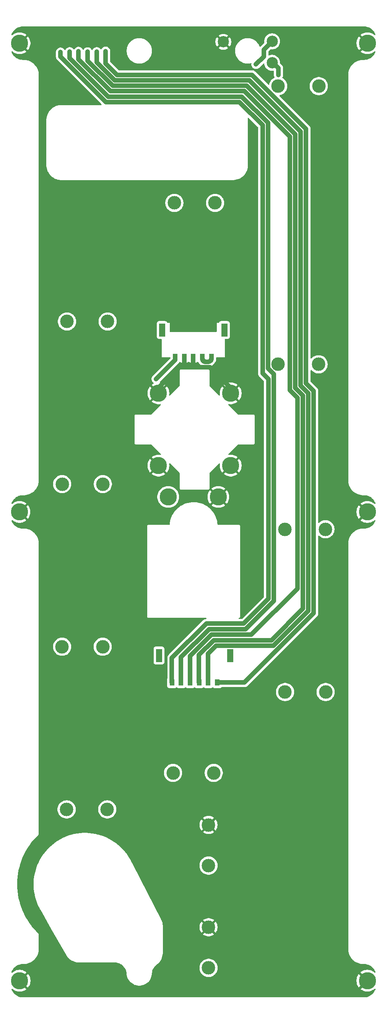
<source format=gbl>
%TF.GenerationSoftware,KiCad,Pcbnew,9.0.1*%
%TF.CreationDate,2025-04-22T22:29:05-07:00*%
%TF.ProjectId,Stationary_X_Panel,53746174-696f-46e6-9172-795f585f5061,1.6*%
%TF.SameCoordinates,Original*%
%TF.FileFunction,Copper,L2,Bot*%
%TF.FilePolarity,Positive*%
%FSLAX46Y46*%
G04 Gerber Fmt 4.6, Leading zero omitted, Abs format (unit mm)*
G04 Created by KiCad (PCBNEW 9.0.1) date 2025-04-22 22:29:05*
%MOMM*%
%LPD*%
G01*
G04 APERTURE LIST*
%TA.AperFunction,ComponentPad*%
%ADD10C,2.600000*%
%TD*%
%TA.AperFunction,ConnectorPad*%
%ADD11C,3.800000*%
%TD*%
%TA.AperFunction,ComponentPad*%
%ADD12C,3.000000*%
%TD*%
%TA.AperFunction,SMDPad,CuDef*%
%ADD13R,1.100000X1.450000*%
%TD*%
%TA.AperFunction,SMDPad,CuDef*%
%ADD14R,1.350000X2.900000*%
%TD*%
%TA.AperFunction,SMDPad,CuDef*%
%ADD15C,2.500000*%
%TD*%
%TA.AperFunction,ViaPad*%
%ADD16C,0.800000*%
%TD*%
%TA.AperFunction,Conductor*%
%ADD17C,1.000000*%
%TD*%
G04 APERTURE END LIST*
D10*
%TO.P,H12,1,1*%
%TO.N,GND*%
X109240000Y-127760000D03*
D11*
X109240000Y-127760000D03*
%TD*%
D12*
%TO.P,SC8,1,+*%
%TO.N,Net-(D7-A)*%
X98450000Y-95070000D03*
%TO.P,SC8,2,-*%
%TO.N,Net-(D8-A)*%
X89450000Y-95070000D03*
%TD*%
%TO.P,SC2,1,+*%
%TO.N,Net-(D1-A)*%
X51750000Y-85595000D03*
%TO.P,SC2,2,-*%
%TO.N,Net-(D2-A)*%
X42750000Y-85595000D03*
%TD*%
D10*
%TO.P,H8,1,1*%
%TO.N,GND*%
X32260000Y-231510000D03*
D11*
X32260000Y-231510000D03*
%TD*%
D12*
%TO.P,SC1,1,+*%
%TO.N,SC1-6_+*%
X66525000Y-59345000D03*
%TO.P,SC1,2,-*%
%TO.N,Net-(D1-A)*%
X75525000Y-59345000D03*
%TD*%
%TO.P,SC12,1,+*%
%TO.N,Net-(D11-A)*%
X74080000Y-206030000D03*
%TO.P,SC12,2,-*%
%TO.N,GND*%
X74080000Y-197030000D03*
%TD*%
%TO.P,SC11,1,+*%
%TO.N,Net-(D10-A)*%
X75240000Y-185520000D03*
%TO.P,SC11,2,-*%
%TO.N,Net-(D11-A)*%
X66240000Y-185520000D03*
%TD*%
%TO.P,SC9,1,+*%
%TO.N,Net-(D8-A)*%
X99970000Y-131590000D03*
%TO.P,SC9,2,-*%
%TO.N,Net-(D10-K)*%
X90970000Y-131590000D03*
%TD*%
D10*
%TO.P,H9,1,1*%
%TO.N,GND*%
X32240000Y-127750000D03*
D11*
X32240000Y-127750000D03*
%TD*%
D10*
%TO.P,H3,1,1*%
%TO.N,GND*%
X63000000Y-117500000D03*
D11*
X63000000Y-117500000D03*
%TD*%
D12*
%TO.P,SC7,1,+*%
%TO.N,SC7-12_+*%
X89500000Y-33500000D03*
%TO.P,SC7,2,-*%
%TO.N,Net-(D7-A)*%
X98500000Y-33500000D03*
%TD*%
D10*
%TO.P,H10,1,1*%
%TO.N,GND*%
X32250000Y-24010000D03*
D11*
X32250000Y-24010000D03*
%TD*%
D10*
%TO.P,H2,1,1*%
%TO.N,GND*%
X76265000Y-124425000D03*
D11*
X76265000Y-124425000D03*
%TD*%
D12*
%TO.P,SC6,1,+*%
%TO.N,Net-(D5-A)*%
X74080000Y-228670000D03*
%TO.P,SC6,2,-*%
%TO.N,GND*%
X74080000Y-219670000D03*
%TD*%
D10*
%TO.P,H5,1,1*%
%TO.N,GND*%
X63000000Y-101500000D03*
D11*
X63000000Y-101500000D03*
%TD*%
D12*
%TO.P,SC5,1,+*%
%TO.N,Net-(D4-A)*%
X51665000Y-193595000D03*
%TO.P,SC5,2,-*%
%TO.N,Net-(D5-A)*%
X42665000Y-193595000D03*
%TD*%
D10*
%TO.P,H7,1,1*%
%TO.N,GND*%
X109240000Y-231500000D03*
D11*
X109240000Y-231500000D03*
%TD*%
D10*
%TO.P,H4,1,1*%
%TO.N,GND*%
X79000000Y-117500000D03*
D11*
X79000000Y-117500000D03*
%TD*%
D10*
%TO.P,H11,1,1*%
%TO.N,GND*%
X109260000Y-24000000D03*
D11*
X109260000Y-24000000D03*
%TD*%
D12*
%TO.P,SC4,1,+*%
%TO.N,Net-(D3-A)*%
X50665000Y-157595000D03*
%TO.P,SC4,2,-*%
%TO.N,Net-(D4-A)*%
X41665000Y-157595000D03*
%TD*%
%TO.P,SC3,1,+*%
%TO.N,Net-(D2-A)*%
X50680000Y-121595000D03*
%TO.P,SC3,2,-*%
%TO.N,Net-(D3-A)*%
X41680000Y-121595000D03*
%TD*%
%TO.P,SC10,1,+*%
%TO.N,Net-(D10-K)*%
X100020000Y-167610000D03*
%TO.P,SC10,2,-*%
%TO.N,Net-(D10-A)*%
X91020000Y-167610000D03*
%TD*%
D10*
%TO.P,H6,1,1*%
%TO.N,GND*%
X79000000Y-101500000D03*
D11*
X79000000Y-101500000D03*
%TD*%
D10*
%TO.P,H1,1,1*%
%TO.N,BURN*%
X65165000Y-124425000D03*
D11*
X65165000Y-124425000D03*
%TD*%
D13*
%TO.P,J3,1,1*%
%TO.N,BURN*%
X66700000Y-93450000D03*
%TO.P,J3,2,2*%
%TO.N,GND*%
X68700000Y-93450000D03*
%TO.P,J3,3,3*%
X70700000Y-93450000D03*
%TO.P,J3,4,4*%
%TO.N,VSOLAR*%
X72700000Y-93450000D03*
%TO.P,J3,5,5*%
X74700000Y-93450000D03*
D14*
%TO.P,J3,S1,SHIELD1*%
%TO.N,unconnected-(J3-SHIELD1-PadS1)*%
X63805000Y-87475000D03*
%TO.P,J3,S2,SHIELD2*%
%TO.N,unconnected-(J3-SHIELD2-PadS2)*%
X77595000Y-87475000D03*
%TD*%
D15*
%TO.P,TP1,1,1*%
%TO.N,SC1-6_+*%
X88165000Y-23595000D03*
%TD*%
%TO.P,TP3,1,1*%
%TO.N,GND*%
X77365000Y-23695000D03*
%TD*%
%TO.P,TP2,1,1*%
%TO.N,SC7-12_+*%
X88165000Y-28345000D03*
%TD*%
D13*
%TO.P,J1,1,1*%
%TO.N,/RBF_DETECT*%
X66000000Y-165500000D03*
%TO.P,J1,2,2*%
%TO.N,/VBATT*%
X68000000Y-165500000D03*
%TO.P,J1,3,3*%
%TO.N,/VCHRG*%
X70000000Y-165500000D03*
%TO.P,J1,4,4*%
%TO.N,/VUSB_BAT*%
X72000000Y-165500000D03*
%TO.P,J1,5,5*%
%TO.N,/PYCUBED_GND*%
X74000000Y-165500000D03*
%TO.P,J1,6,6*%
%TO.N,/PYCUBED_GNDREF*%
X76000000Y-165500000D03*
D14*
%TO.P,J1,S1,SHIELD1*%
%TO.N,unconnected-(J1-SHIELD1-PadS1)*%
X63105000Y-159525000D03*
%TO.P,J1,S2,SHIELD2*%
%TO.N,unconnected-(J1-SHIELD2-PadS2)*%
X78895000Y-159525000D03*
%TD*%
D16*
%TO.N,VSOLAR*%
X73760000Y-94500000D03*
%TO.N,GND*%
X64178000Y-206422000D03*
X66098000Y-208462000D03*
X63980000Y-197580000D03*
X64598000Y-207952000D03*
X64410000Y-195920000D03*
X64690000Y-199050000D03*
%TO.N,SC1-6_+*%
X84590000Y-28695000D03*
%TO.N,BURN*%
X62490000Y-98340000D03*
%TO.N,SC7-12_+*%
X89560000Y-31050000D03*
%TO.N,/RBF_DETECT*%
X41310000Y-25970000D03*
%TO.N,/VUSB_BAT*%
X47310000Y-25910000D03*
%TO.N,/VCHRG*%
X45300000Y-25800000D03*
%TO.N,/VBATT*%
X43340000Y-25880000D03*
%TO.N,/PYCUBED_GND*%
X49340000Y-25880000D03*
%TO.N,/PYCUBED_GNDREF*%
X51290000Y-25780000D03*
%TD*%
D17*
%TO.N,VSOLAR*%
X73276000Y-94476000D02*
X73047478Y-94476000D01*
X73760000Y-94500000D02*
X73300000Y-94500000D01*
X72754000Y-93954000D02*
X72700000Y-93900000D01*
X73047478Y-94476000D02*
X72754000Y-94182522D01*
X73760000Y-94500000D02*
X74100000Y-94500000D01*
X74352522Y-94476000D02*
X74646000Y-94182522D01*
X74646000Y-93954000D02*
X74700000Y-93900000D01*
X74646000Y-94182522D02*
X74646000Y-93954000D01*
%TO.N,GND*%
X74400000Y-95700000D02*
X79000000Y-100300000D01*
X68100000Y-95700000D02*
X70300000Y-95700000D01*
X63000000Y-100300000D02*
X67600000Y-95700000D01*
X71400000Y-95700000D02*
X74400000Y-95700000D01*
X68700000Y-95100000D02*
X68700000Y-93900000D01*
X70700000Y-95300000D02*
X70700000Y-93960000D01*
X63000000Y-100500000D02*
X63000000Y-101500000D01*
X68100000Y-95700000D02*
X68700000Y-95100000D01*
X63000000Y-101500000D02*
X63000000Y-100300000D01*
X79000000Y-100300000D02*
X79000000Y-101500000D01*
X71400000Y-95700000D02*
X71100000Y-95700000D01*
X67600000Y-95700000D02*
X68100000Y-95700000D01*
X71100000Y-95700000D02*
X70700000Y-95300000D01*
X70300000Y-95700000D02*
X71400000Y-95700000D01*
%TO.N,SC1-6_+*%
X86350000Y-26935000D02*
X86350000Y-25410000D01*
X84590000Y-28695000D02*
X86350000Y-26935000D01*
X86350000Y-25410000D02*
X88165000Y-23595000D01*
%TO.N,BURN*%
X66700000Y-94130000D02*
X66700000Y-93450000D01*
X62490000Y-98340000D02*
X66700000Y-94130000D01*
%TO.N,SC7-12_+*%
X89560000Y-29490000D02*
X88415000Y-28345000D01*
X88415000Y-28345000D02*
X88165000Y-28345000D01*
X89560000Y-31050000D02*
X89560000Y-29490000D01*
%TO.N,/RBF_DETECT*%
X73610000Y-152450000D02*
X65970000Y-160090000D01*
X86050000Y-97050000D02*
X87359000Y-98359000D01*
X41310000Y-26975280D02*
X42139000Y-27804280D01*
X42139000Y-27804280D02*
X42139001Y-27805695D01*
X41310000Y-25970000D02*
X41310000Y-26975280D01*
X86049001Y-96478741D02*
X86050000Y-96479740D01*
X51369306Y-37036000D02*
X80936000Y-37036000D01*
X86050000Y-96479740D02*
X86050000Y-97050000D01*
X81871530Y-152450000D02*
X73610000Y-152450000D01*
X80936000Y-37036000D02*
X86049001Y-42149001D01*
X87359000Y-98359000D02*
X87359000Y-146962530D01*
X66000000Y-165500000D02*
X66000000Y-165000000D01*
X42139001Y-27805695D02*
X51369306Y-37036000D01*
X65970000Y-160090000D02*
X65970000Y-165470000D01*
X86049001Y-42149001D02*
X86049001Y-96478741D01*
X65970000Y-165470000D02*
X66000000Y-165500000D01*
X87359000Y-146962530D02*
X81871530Y-152450000D01*
%TO.N,/VUSB_BAT*%
X71970000Y-159380000D02*
X71970000Y-165470000D01*
X75210000Y-156140000D02*
X71970000Y-159380000D01*
X82535000Y-33435000D02*
X93290000Y-44190000D01*
X93290000Y-44190000D02*
X93290000Y-100312438D01*
X72000000Y-165500000D02*
X72000000Y-165000000D01*
X52860888Y-33435000D02*
X82535000Y-33435000D01*
X87996168Y-156140000D02*
X75210000Y-156140000D01*
X71970000Y-165470000D02*
X72000000Y-165500000D01*
X93290000Y-100312438D02*
X94950000Y-101972438D01*
X47310000Y-25910000D02*
X47310000Y-27884112D01*
X94950000Y-101972438D02*
X94950000Y-149186168D01*
X47310000Y-27884112D02*
X52860888Y-33435000D01*
X94950000Y-149186168D02*
X87996168Y-156140000D01*
%TO.N,/VCHRG*%
X69970000Y-159670000D02*
X69970000Y-165470000D01*
X82035000Y-34635000D02*
X92090000Y-44690000D01*
X93750000Y-102469494D02*
X93750000Y-144750000D01*
X93750000Y-144750000D02*
X83560000Y-154940000D01*
X92090000Y-44690000D02*
X92090000Y-100809494D01*
X45300000Y-25800000D02*
X45300000Y-27571168D01*
X70000000Y-165500000D02*
X70000000Y-165000000D01*
X92090000Y-100809494D02*
X93750000Y-102469494D01*
X83560000Y-154940000D02*
X74700000Y-154940000D01*
X69970000Y-165470000D02*
X70000000Y-165500000D01*
X74700000Y-154940000D02*
X69970000Y-159670000D01*
X45300000Y-27571168D02*
X52363832Y-34635000D01*
X52363832Y-34635000D02*
X82035000Y-34635000D01*
%TO.N,/VBATT*%
X67970000Y-159940000D02*
X67970000Y-165470000D01*
X87250000Y-95981270D02*
X88560000Y-97291270D01*
X67970000Y-165470000D02*
X68000000Y-165500000D01*
X68000000Y-165500000D02*
X68000000Y-165000000D01*
X51866776Y-35835000D02*
X81433471Y-35835001D01*
X43340000Y-25880000D02*
X43340000Y-27308224D01*
X88560000Y-97291270D02*
X88559999Y-147460001D01*
X81433471Y-35835001D02*
X87250001Y-41651531D01*
X88559999Y-147460001D02*
X82300000Y-153720000D01*
X82300000Y-153720000D02*
X74190000Y-153720000D01*
X74190000Y-153720000D02*
X67970000Y-159940000D01*
X43340000Y-27308224D02*
X51866776Y-35835000D01*
X87250001Y-41651531D02*
X87250000Y-95981270D01*
%TO.N,/PYCUBED_GND*%
X83135000Y-32235000D02*
X94490000Y-43590000D01*
X75770000Y-157360000D02*
X73970000Y-159160000D01*
X88473224Y-157360000D02*
X75770000Y-157360000D01*
X74000000Y-165500000D02*
X74000000Y-165000000D01*
X96150000Y-101475382D02*
X96150000Y-149683224D01*
X96150000Y-149683224D02*
X88473224Y-157360000D01*
X73970000Y-159160000D02*
X73970000Y-165470000D01*
X49340000Y-25880000D02*
X49340000Y-28217056D01*
X94490000Y-99815382D02*
X96150000Y-101475382D01*
X94490000Y-43590000D02*
X94490000Y-99815382D01*
X53357944Y-32235000D02*
X83135000Y-32235000D01*
X73970000Y-165470000D02*
X74000000Y-165500000D01*
X49340000Y-28217056D02*
X53357944Y-32235000D01*
%TO.N,/PYCUBED_GNDREF*%
X83735000Y-31035000D02*
X95690000Y-42990000D01*
X51290000Y-25780000D02*
X51290000Y-28470000D01*
X97350000Y-150180280D02*
X82030280Y-165500000D01*
X97350000Y-100978326D02*
X97350000Y-150180280D01*
X51290000Y-28470000D02*
X53855000Y-31035000D01*
X82030280Y-165500000D02*
X76000000Y-165500000D01*
X53855000Y-31035000D02*
X83735000Y-31035000D01*
X95690000Y-99318326D02*
X97350000Y-100978326D01*
X95690000Y-42990000D02*
X95690000Y-99318326D01*
%TD*%
%TA.AperFunction,Conductor*%
%TO.N,GND*%
G36*
X108503472Y-20300695D02*
G01*
X108795306Y-20317084D01*
X108809103Y-20318638D01*
X109093827Y-20367015D01*
X109107384Y-20370109D01*
X109384899Y-20450060D01*
X109398025Y-20454653D01*
X109664841Y-20565172D01*
X109677355Y-20571198D01*
X109843444Y-20662992D01*
X109930125Y-20710899D01*
X109941899Y-20718297D01*
X110177430Y-20885415D01*
X110188302Y-20894085D01*
X110403642Y-21086524D01*
X110413475Y-21096357D01*
X110605914Y-21311697D01*
X110614584Y-21322569D01*
X110781702Y-21558100D01*
X110789100Y-21569874D01*
X110928797Y-21822637D01*
X110934830Y-21835165D01*
X111017303Y-22034272D01*
X111024772Y-22103742D01*
X110993497Y-22166221D01*
X110933408Y-22201873D01*
X110863583Y-22199379D01*
X110825429Y-22178672D01*
X110650998Y-22039568D01*
X110422752Y-21896152D01*
X110179895Y-21779198D01*
X110179881Y-21779192D01*
X109925463Y-21690167D01*
X109925451Y-21690163D01*
X109662651Y-21630181D01*
X109662633Y-21630178D01*
X109394787Y-21600000D01*
X109125212Y-21600000D01*
X108857366Y-21630178D01*
X108857348Y-21630181D01*
X108594548Y-21690163D01*
X108594536Y-21690167D01*
X108340118Y-21779192D01*
X108340104Y-21779198D01*
X108097247Y-21896152D01*
X107869001Y-22039568D01*
X107748899Y-22135345D01*
X108677263Y-23063709D01*
X108543398Y-23160967D01*
X108420967Y-23283398D01*
X108323709Y-23417262D01*
X107395345Y-22488899D01*
X107299568Y-22609001D01*
X107156152Y-22837247D01*
X107039198Y-23080104D01*
X107039192Y-23080118D01*
X106950167Y-23334536D01*
X106950163Y-23334548D01*
X106890181Y-23597348D01*
X106890178Y-23597366D01*
X106860000Y-23865212D01*
X106860000Y-24134787D01*
X106890178Y-24402633D01*
X106890181Y-24402651D01*
X106950163Y-24665451D01*
X106950167Y-24665463D01*
X107039192Y-24919881D01*
X107039198Y-24919895D01*
X107156152Y-25162752D01*
X107299568Y-25390998D01*
X107395346Y-25511099D01*
X108323708Y-24582736D01*
X108420967Y-24716602D01*
X108543398Y-24839033D01*
X108677261Y-24936289D01*
X107748899Y-25864652D01*
X107748900Y-25864653D01*
X107868993Y-25960427D01*
X107868997Y-25960429D01*
X108097247Y-26103847D01*
X108340104Y-26220801D01*
X108340118Y-26220807D01*
X108594536Y-26309832D01*
X108594548Y-26309836D01*
X108857348Y-26369818D01*
X108857366Y-26369821D01*
X109125212Y-26399999D01*
X109125216Y-26400000D01*
X109394784Y-26400000D01*
X109394787Y-26399999D01*
X109662633Y-26369821D01*
X109662651Y-26369818D01*
X109925451Y-26309836D01*
X109925463Y-26309832D01*
X110179881Y-26220807D01*
X110179895Y-26220801D01*
X110422752Y-26103847D01*
X110650998Y-25960431D01*
X110825429Y-25821327D01*
X110829358Y-25819722D01*
X110832022Y-25816418D01*
X110861425Y-25806631D01*
X110890115Y-25794919D01*
X110894287Y-25795693D01*
X110898316Y-25794353D01*
X110928345Y-25802017D01*
X110958811Y-25807674D01*
X110961902Y-25810582D01*
X110966016Y-25811632D01*
X110987132Y-25834313D01*
X111009705Y-25855545D01*
X111010733Y-25859663D01*
X111013626Y-25862770D01*
X111019128Y-25893266D01*
X111026639Y-25923331D01*
X111025492Y-25928538D01*
X111026032Y-25931529D01*
X111017303Y-25965727D01*
X110934830Y-26164834D01*
X110928797Y-26177362D01*
X110789100Y-26430125D01*
X110781702Y-26441899D01*
X110614584Y-26677430D01*
X110605914Y-26688302D01*
X110413475Y-26903642D01*
X110403642Y-26913475D01*
X110188302Y-27105914D01*
X110177430Y-27114584D01*
X109941899Y-27281702D01*
X109930125Y-27289100D01*
X109677362Y-27428797D01*
X109664834Y-27434830D01*
X109398024Y-27545346D01*
X109384899Y-27549939D01*
X109107384Y-27629890D01*
X109093827Y-27632984D01*
X108809114Y-27681359D01*
X108795296Y-27682916D01*
X108503472Y-27699305D01*
X108496519Y-27699500D01*
X108372595Y-27699500D01*
X108325000Y-27699500D01*
X108152028Y-27699500D01*
X107807980Y-27735661D01*
X107807975Y-27735661D01*
X107807975Y-27735662D01*
X107469600Y-27807585D01*
X107469599Y-27807586D01*
X107140591Y-27914487D01*
X106824547Y-28055198D01*
X106824540Y-28055201D01*
X106524953Y-28228167D01*
X106524952Y-28228167D01*
X106245069Y-28431516D01*
X105987992Y-28662992D01*
X105756516Y-28920069D01*
X105553167Y-29199952D01*
X105553167Y-29199953D01*
X105380201Y-29499540D01*
X105380198Y-29499547D01*
X105239487Y-29815591D01*
X105132586Y-30144599D01*
X105132585Y-30144600D01*
X105060662Y-30482975D01*
X105060661Y-30482980D01*
X105024500Y-30827028D01*
X105024500Y-30960438D01*
X105024500Y-120702405D01*
X105024500Y-120750000D01*
X105024500Y-120922972D01*
X105060661Y-121267020D01*
X105060662Y-121267024D01*
X105132585Y-121605399D01*
X105132586Y-121605400D01*
X105132587Y-121605404D01*
X105239490Y-121934416D01*
X105376433Y-122241995D01*
X105380198Y-122250452D01*
X105380201Y-122250459D01*
X105553167Y-122550046D01*
X105553167Y-122550047D01*
X105756516Y-122829930D01*
X105839546Y-122922143D01*
X105987992Y-123087008D01*
X106093674Y-123182165D01*
X106245069Y-123318483D01*
X106245075Y-123318487D01*
X106245078Y-123318490D01*
X106291319Y-123352086D01*
X106524952Y-123521832D01*
X106824540Y-123694798D01*
X106824544Y-123694799D01*
X106824548Y-123694802D01*
X107140584Y-123835510D01*
X107469596Y-123942413D01*
X107469599Y-123942413D01*
X107469600Y-123942414D01*
X107516223Y-123952323D01*
X107807980Y-124014339D01*
X108152028Y-124050500D01*
X108285438Y-124050500D01*
X108452405Y-124050500D01*
X108496519Y-124050500D01*
X108503472Y-124050695D01*
X108795306Y-124067084D01*
X108809103Y-124068638D01*
X109093827Y-124117015D01*
X109107384Y-124120109D01*
X109384899Y-124200060D01*
X109398025Y-124204653D01*
X109664841Y-124315172D01*
X109677355Y-124321198D01*
X109843444Y-124412992D01*
X109930125Y-124460899D01*
X109941899Y-124468297D01*
X110177430Y-124635415D01*
X110188302Y-124644085D01*
X110395288Y-124829059D01*
X110403642Y-124836524D01*
X110413475Y-124846357D01*
X110605914Y-125061697D01*
X110614584Y-125072569D01*
X110781702Y-125308100D01*
X110789100Y-125319874D01*
X110928797Y-125572637D01*
X110934830Y-125585165D01*
X111033353Y-125823021D01*
X111040822Y-125892491D01*
X111009547Y-125954970D01*
X110949458Y-125990622D01*
X110879633Y-125988128D01*
X110841479Y-125967421D01*
X110630998Y-125799568D01*
X110402752Y-125656152D01*
X110159895Y-125539198D01*
X110159881Y-125539192D01*
X109905463Y-125450167D01*
X109905451Y-125450163D01*
X109642651Y-125390181D01*
X109642633Y-125390178D01*
X109374787Y-125360000D01*
X109105212Y-125360000D01*
X108837366Y-125390178D01*
X108837348Y-125390181D01*
X108574548Y-125450163D01*
X108574536Y-125450167D01*
X108320118Y-125539192D01*
X108320104Y-125539198D01*
X108077247Y-125656152D01*
X107849001Y-125799568D01*
X107728899Y-125895345D01*
X108657263Y-126823709D01*
X108523398Y-126920967D01*
X108400967Y-127043398D01*
X108303709Y-127177262D01*
X107375345Y-126248899D01*
X107279568Y-126369001D01*
X107136152Y-126597247D01*
X107019198Y-126840104D01*
X107019192Y-126840118D01*
X106930167Y-127094536D01*
X106930163Y-127094548D01*
X106870181Y-127357348D01*
X106870178Y-127357366D01*
X106840000Y-127625212D01*
X106840000Y-127894787D01*
X106870178Y-128162633D01*
X106870181Y-128162651D01*
X106930163Y-128425451D01*
X106930167Y-128425463D01*
X107019192Y-128679881D01*
X107019198Y-128679895D01*
X107136152Y-128922752D01*
X107279568Y-129150998D01*
X107375346Y-129271099D01*
X108303708Y-128342736D01*
X108400967Y-128476602D01*
X108523398Y-128599033D01*
X108657261Y-128696289D01*
X107728899Y-129624652D01*
X107728900Y-129624653D01*
X107848993Y-129720427D01*
X107848997Y-129720429D01*
X108077247Y-129863847D01*
X108320104Y-129980801D01*
X108320118Y-129980807D01*
X108574536Y-130069832D01*
X108574548Y-130069836D01*
X108837348Y-130129818D01*
X108837366Y-130129821D01*
X109105212Y-130159999D01*
X109105216Y-130160000D01*
X109374784Y-130160000D01*
X109374787Y-130159999D01*
X109642633Y-130129821D01*
X109642651Y-130129818D01*
X109905451Y-130069836D01*
X109905463Y-130069832D01*
X110159881Y-129980807D01*
X110159895Y-129980801D01*
X110402752Y-129863847D01*
X110630998Y-129720431D01*
X110829109Y-129562443D01*
X110833038Y-129560838D01*
X110835702Y-129557534D01*
X110865105Y-129547747D01*
X110893795Y-129536035D01*
X110897967Y-129536809D01*
X110901996Y-129535469D01*
X110932025Y-129543133D01*
X110962491Y-129548790D01*
X110965582Y-129551698D01*
X110969696Y-129552748D01*
X110990812Y-129575429D01*
X111013385Y-129596661D01*
X111014413Y-129600779D01*
X111017306Y-129603886D01*
X111022808Y-129634382D01*
X111030319Y-129664447D01*
X111029172Y-129669654D01*
X111029712Y-129672645D01*
X111020983Y-129706843D01*
X110934830Y-129914834D01*
X110928797Y-129927362D01*
X110789100Y-130180125D01*
X110781702Y-130191899D01*
X110614584Y-130427430D01*
X110605914Y-130438302D01*
X110413475Y-130653642D01*
X110403642Y-130663475D01*
X110188302Y-130855914D01*
X110177430Y-130864584D01*
X109941899Y-131031702D01*
X109930125Y-131039100D01*
X109677362Y-131178797D01*
X109664834Y-131184830D01*
X109398024Y-131295346D01*
X109384899Y-131299939D01*
X109107384Y-131379890D01*
X109093827Y-131382984D01*
X108809114Y-131431359D01*
X108795296Y-131432916D01*
X108503472Y-131449305D01*
X108496519Y-131449500D01*
X108372595Y-131449500D01*
X108325000Y-131449500D01*
X108152028Y-131449500D01*
X107807980Y-131485661D01*
X107807975Y-131485661D01*
X107807975Y-131485662D01*
X107469600Y-131557585D01*
X107469599Y-131557586D01*
X107140591Y-131664487D01*
X106824547Y-131805198D01*
X106824540Y-131805201D01*
X106524953Y-131978167D01*
X106524952Y-131978167D01*
X106245069Y-132181516D01*
X105987992Y-132412992D01*
X105756516Y-132670069D01*
X105553167Y-132949952D01*
X105553167Y-132949953D01*
X105380201Y-133249540D01*
X105380198Y-133249547D01*
X105239487Y-133565591D01*
X105132586Y-133894599D01*
X105132585Y-133894600D01*
X105060662Y-134232975D01*
X105060661Y-134232980D01*
X105024500Y-134577028D01*
X105024500Y-134710438D01*
X105024500Y-224452405D01*
X105024500Y-224500000D01*
X105024500Y-224672972D01*
X105060661Y-225017020D01*
X105060662Y-225017024D01*
X105132585Y-225355399D01*
X105132586Y-225355400D01*
X105132587Y-225355404D01*
X105239490Y-225684416D01*
X105290746Y-225799538D01*
X105380198Y-226000452D01*
X105380201Y-226000459D01*
X105553167Y-226300046D01*
X105553167Y-226300047D01*
X105756516Y-226579930D01*
X105815976Y-226645966D01*
X105987992Y-226837008D01*
X106093674Y-226932165D01*
X106245069Y-227068483D01*
X106245075Y-227068487D01*
X106245078Y-227068490D01*
X106254059Y-227075015D01*
X106524952Y-227271832D01*
X106824540Y-227444798D01*
X106824544Y-227444799D01*
X106824548Y-227444802D01*
X107140584Y-227585510D01*
X107469596Y-227692413D01*
X107469599Y-227692413D01*
X107469600Y-227692414D01*
X107516223Y-227702323D01*
X107807980Y-227764339D01*
X108152028Y-227800500D01*
X108285438Y-227800500D01*
X108452405Y-227800500D01*
X108496519Y-227800500D01*
X108503472Y-227800695D01*
X108795306Y-227817084D01*
X108809103Y-227818638D01*
X109093827Y-227867015D01*
X109107384Y-227870109D01*
X109384899Y-227950060D01*
X109398025Y-227954653D01*
X109664841Y-228065172D01*
X109677355Y-228071198D01*
X109763142Y-228118611D01*
X109930125Y-228210899D01*
X109941899Y-228218297D01*
X110177430Y-228385415D01*
X110188302Y-228394085D01*
X110349748Y-228538362D01*
X110403642Y-228586524D01*
X110413475Y-228596357D01*
X110605914Y-228811697D01*
X110614584Y-228822569D01*
X110781702Y-229058100D01*
X110789100Y-229069874D01*
X110928797Y-229322637D01*
X110934830Y-229335165D01*
X111027168Y-229558089D01*
X111034637Y-229627559D01*
X111003362Y-229690038D01*
X110943273Y-229725690D01*
X110873448Y-229723196D01*
X110835294Y-229702489D01*
X110630998Y-229539568D01*
X110402752Y-229396152D01*
X110159895Y-229279198D01*
X110159881Y-229279192D01*
X109905463Y-229190167D01*
X109905451Y-229190163D01*
X109642651Y-229130181D01*
X109642633Y-229130178D01*
X109374787Y-229100000D01*
X109105212Y-229100000D01*
X108837366Y-229130178D01*
X108837348Y-229130181D01*
X108574548Y-229190163D01*
X108574536Y-229190167D01*
X108320118Y-229279192D01*
X108320104Y-229279198D01*
X108077247Y-229396152D01*
X107849001Y-229539568D01*
X107728899Y-229635345D01*
X108657263Y-230563709D01*
X108523398Y-230660967D01*
X108400967Y-230783398D01*
X108303709Y-230917262D01*
X107375345Y-229988899D01*
X107279568Y-230109001D01*
X107136152Y-230337247D01*
X107019198Y-230580104D01*
X107019192Y-230580118D01*
X106930167Y-230834536D01*
X106930163Y-230834548D01*
X106870181Y-231097348D01*
X106870178Y-231097366D01*
X106840000Y-231365212D01*
X106840000Y-231634787D01*
X106870178Y-231902633D01*
X106870181Y-231902651D01*
X106930163Y-232165451D01*
X106930167Y-232165463D01*
X107019192Y-232419881D01*
X107019198Y-232419895D01*
X107136152Y-232662752D01*
X107279568Y-232890998D01*
X107375346Y-233011099D01*
X108303708Y-232082736D01*
X108400967Y-232216602D01*
X108523398Y-232339033D01*
X108657261Y-232436289D01*
X107728899Y-233364652D01*
X107728900Y-233364653D01*
X107848993Y-233460427D01*
X107848997Y-233460429D01*
X108077247Y-233603847D01*
X108320104Y-233720801D01*
X108320118Y-233720807D01*
X108574536Y-233809832D01*
X108574548Y-233809836D01*
X108837348Y-233869818D01*
X108837366Y-233869821D01*
X109105212Y-233899999D01*
X109105216Y-233900000D01*
X109374784Y-233900000D01*
X109374787Y-233899999D01*
X109642633Y-233869821D01*
X109642651Y-233869818D01*
X109905451Y-233809836D01*
X109905463Y-233809832D01*
X110159881Y-233720807D01*
X110159895Y-233720801D01*
X110402752Y-233603847D01*
X110630998Y-233460431D01*
X110835294Y-233297510D01*
X110839223Y-233295905D01*
X110841887Y-233292601D01*
X110871290Y-233282814D01*
X110899980Y-233271102D01*
X110904152Y-233271876D01*
X110908181Y-233270536D01*
X110938208Y-233278200D01*
X110968676Y-233283857D01*
X110971768Y-233286765D01*
X110975880Y-233287815D01*
X110996996Y-233310495D01*
X111019570Y-233331728D01*
X111020598Y-233335845D01*
X111023491Y-233338952D01*
X111028993Y-233369450D01*
X111036504Y-233399514D01*
X111035357Y-233404721D01*
X111035897Y-233407712D01*
X111027168Y-233441910D01*
X110934830Y-233664834D01*
X110928797Y-233677362D01*
X110789100Y-233930125D01*
X110781702Y-233941899D01*
X110614584Y-234177430D01*
X110605914Y-234188302D01*
X110413475Y-234403642D01*
X110403642Y-234413475D01*
X110188302Y-234605914D01*
X110177430Y-234614584D01*
X109941899Y-234781702D01*
X109930125Y-234789100D01*
X109677362Y-234928797D01*
X109664834Y-234934830D01*
X109398024Y-235045346D01*
X109384899Y-235049939D01*
X109107384Y-235129890D01*
X109093827Y-235132984D01*
X108809114Y-235181359D01*
X108795296Y-235182916D01*
X108503472Y-235199305D01*
X108496519Y-235199500D01*
X33003481Y-235199500D01*
X32996528Y-235199305D01*
X32704703Y-235182916D01*
X32690885Y-235181359D01*
X32406172Y-235132984D01*
X32392615Y-235129890D01*
X32115100Y-235049939D01*
X32101975Y-235045346D01*
X31835165Y-234934830D01*
X31822637Y-234928797D01*
X31569874Y-234789100D01*
X31558100Y-234781702D01*
X31322569Y-234614584D01*
X31311697Y-234605914D01*
X31096357Y-234413475D01*
X31086524Y-234403642D01*
X30894085Y-234188302D01*
X30885415Y-234177430D01*
X30718297Y-233941899D01*
X30710899Y-233930125D01*
X30677569Y-233869818D01*
X30571198Y-233677355D01*
X30565172Y-233664841D01*
X30479015Y-233456841D01*
X30471547Y-233387374D01*
X30502822Y-233324894D01*
X30562911Y-233289242D01*
X30632736Y-233291736D01*
X30670890Y-233312443D01*
X30869001Y-233470431D01*
X31097247Y-233613847D01*
X31340104Y-233730801D01*
X31340118Y-233730807D01*
X31594536Y-233819832D01*
X31594548Y-233819836D01*
X31857348Y-233879818D01*
X31857366Y-233879821D01*
X32125212Y-233909999D01*
X32125216Y-233910000D01*
X32394784Y-233910000D01*
X32394787Y-233909999D01*
X32662633Y-233879821D01*
X32662651Y-233879818D01*
X32925451Y-233819836D01*
X32925463Y-233819832D01*
X33179881Y-233730807D01*
X33179895Y-233730801D01*
X33422752Y-233613847D01*
X33650999Y-233470431D01*
X33771098Y-233374653D01*
X33771099Y-233374652D01*
X32842737Y-232446290D01*
X32976602Y-232349033D01*
X33099033Y-232226602D01*
X33196290Y-232092737D01*
X34124652Y-233021099D01*
X34124653Y-233021098D01*
X34220431Y-232900999D01*
X34363847Y-232672752D01*
X34480801Y-232429895D01*
X34480807Y-232429881D01*
X34569832Y-232175463D01*
X34569836Y-232175451D01*
X34629818Y-231912651D01*
X34629821Y-231912633D01*
X34659999Y-231644787D01*
X34660000Y-231644783D01*
X34660000Y-231375216D01*
X34659999Y-231375212D01*
X34629821Y-231107366D01*
X34629818Y-231107348D01*
X34569836Y-230844548D01*
X34569832Y-230844536D01*
X34480807Y-230590118D01*
X34480801Y-230590104D01*
X34363847Y-230347247D01*
X34220429Y-230118997D01*
X34220427Y-230118993D01*
X34124653Y-229998900D01*
X34124652Y-229998899D01*
X33196290Y-230927262D01*
X33099033Y-230793398D01*
X32976602Y-230670967D01*
X32842736Y-230573708D01*
X33771099Y-229645346D01*
X33650998Y-229549568D01*
X33422752Y-229406152D01*
X33179895Y-229289198D01*
X33179881Y-229289192D01*
X32925463Y-229200167D01*
X32925451Y-229200163D01*
X32662651Y-229140181D01*
X32662633Y-229140178D01*
X32394787Y-229110000D01*
X32125212Y-229110000D01*
X31857366Y-229140178D01*
X31857348Y-229140181D01*
X31594548Y-229200163D01*
X31594536Y-229200167D01*
X31340118Y-229289192D01*
X31340104Y-229289198D01*
X31097247Y-229406152D01*
X30869001Y-229549568D01*
X30658520Y-229717421D01*
X30593833Y-229743830D01*
X30525138Y-229731073D01*
X30474244Y-229683203D01*
X30457310Y-229615416D01*
X30466646Y-229573021D01*
X30471943Y-229560234D01*
X30565175Y-229335151D01*
X30571195Y-229322651D01*
X30710902Y-229069868D01*
X30718297Y-229058100D01*
X30759842Y-228999548D01*
X30885422Y-228822559D01*
X30894077Y-228811705D01*
X31086534Y-228596346D01*
X31096346Y-228586534D01*
X31311705Y-228394077D01*
X31322559Y-228385422D01*
X31558105Y-228218293D01*
X31569868Y-228210902D01*
X31822651Y-228071195D01*
X31835151Y-228065175D01*
X32101979Y-227954651D01*
X32115096Y-227950061D01*
X32392621Y-227870107D01*
X32406167Y-227867015D01*
X32690898Y-227818638D01*
X32704691Y-227817084D01*
X32996528Y-227800695D01*
X33003481Y-227800500D01*
X33347967Y-227800500D01*
X33347972Y-227800500D01*
X33692020Y-227764339D01*
X34030404Y-227692413D01*
X34359416Y-227585510D01*
X34675452Y-227444802D01*
X34975046Y-227271832D01*
X34975047Y-227271832D01*
X35027429Y-227233773D01*
X35254922Y-227068490D01*
X35256693Y-227066896D01*
X35279768Y-227046117D01*
X35512008Y-226837008D01*
X35743490Y-226579922D01*
X35946831Y-226300048D01*
X36119802Y-226000452D01*
X36260510Y-225684416D01*
X36367413Y-225355404D01*
X36439339Y-225017020D01*
X36475500Y-224672972D01*
X36475500Y-224500000D01*
X36475500Y-224452405D01*
X36475500Y-221295250D01*
X36479169Y-221268148D01*
X36475500Y-221247940D01*
X36475500Y-221235438D01*
X36469774Y-221214072D01*
X36467552Y-221204168D01*
X36462164Y-221174490D01*
X36462163Y-221174488D01*
X36462163Y-221174487D01*
X36461961Y-221174112D01*
X36461961Y-221174111D01*
X36456198Y-221163404D01*
X36455021Y-221159011D01*
X36437482Y-221128632D01*
X36417050Y-221090671D01*
X36386094Y-221061079D01*
X36384098Y-221059127D01*
X36362873Y-221037902D01*
X35846969Y-220519180D01*
X35842668Y-220514631D01*
X35336970Y-219952024D01*
X35332903Y-219947264D01*
X34964634Y-219493424D01*
X34856218Y-219359816D01*
X34852401Y-219354861D01*
X34611837Y-219025744D01*
X34405980Y-218744109D01*
X34402420Y-218738970D01*
X34346405Y-218653602D01*
X33987404Y-218106477D01*
X33984110Y-218101170D01*
X33601529Y-217448506D01*
X33598521Y-217443064D01*
X33249387Y-216771954D01*
X33246638Y-216766329D01*
X33238015Y-216747488D01*
X32931797Y-216078399D01*
X32929356Y-216072687D01*
X32649653Y-215369776D01*
X32647504Y-215363954D01*
X32403623Y-214647780D01*
X32401771Y-214641857D01*
X32194357Y-213914319D01*
X32192794Y-213908257D01*
X32022366Y-213171185D01*
X32021121Y-213165113D01*
X31888104Y-212420318D01*
X31887167Y-212414174D01*
X31791918Y-211663663D01*
X31791292Y-211657488D01*
X31734044Y-210903101D01*
X31733731Y-210896921D01*
X31723293Y-210483582D01*
X35369474Y-210483582D01*
X35369474Y-210483595D01*
X35406674Y-211141332D01*
X35481858Y-211795829D01*
X35481860Y-211795841D01*
X35594766Y-212444843D01*
X35594772Y-212444875D01*
X35745037Y-213086296D01*
X35745041Y-213086309D01*
X35932151Y-213717950D01*
X35932155Y-213717961D01*
X35932158Y-213717969D01*
X35946442Y-213757608D01*
X36155496Y-214337747D01*
X36155499Y-214337753D01*
X36414318Y-214943588D01*
X36414326Y-214943606D01*
X36707737Y-215533417D01*
X36847679Y-215778185D01*
X36847723Y-215778274D01*
X36851592Y-215785040D01*
X36851593Y-215785042D01*
X39296958Y-220061009D01*
X42549700Y-225748757D01*
X42549714Y-225748816D01*
X42575199Y-225793358D01*
X42575199Y-225793359D01*
X42578735Y-225799539D01*
X42653583Y-225930358D01*
X42835730Y-226188175D01*
X42835734Y-226188180D01*
X42961989Y-226334877D01*
X43041658Y-226427445D01*
X43269473Y-226645966D01*
X43511101Y-226837007D01*
X43517105Y-226841754D01*
X43782282Y-227013012D01*
X43782292Y-227013018D01*
X43925561Y-227087216D01*
X44062596Y-227158187D01*
X44355484Y-227275949D01*
X44658273Y-227365226D01*
X44968200Y-227425201D01*
X45282435Y-227455327D01*
X45400685Y-227455349D01*
X45400714Y-227455357D01*
X45440274Y-227455357D01*
X45487868Y-227455358D01*
X45487871Y-227455357D01*
X53213877Y-227455357D01*
X53213889Y-227455361D01*
X53257920Y-227455357D01*
X53265069Y-227455564D01*
X53554660Y-227472339D01*
X53566382Y-227473018D01*
X53580646Y-227474677D01*
X53614811Y-227480673D01*
X53874378Y-227526227D01*
X53888349Y-227529523D01*
X54174163Y-227614692D01*
X54187645Y-227619576D01*
X54461699Y-227737220D01*
X54474540Y-227743638D01*
X54691373Y-227868182D01*
X54733135Y-227892169D01*
X54745152Y-227900030D01*
X54984843Y-228077464D01*
X54995864Y-228086656D01*
X55213451Y-228290630D01*
X55223329Y-228301029D01*
X55298075Y-228389446D01*
X55415857Y-228528770D01*
X55424478Y-228540255D01*
X55589387Y-228788734D01*
X55596622Y-228801140D01*
X55731696Y-229067019D01*
X55737448Y-229080177D01*
X55840875Y-229359885D01*
X55845067Y-229373620D01*
X55915461Y-229663410D01*
X55918037Y-229677537D01*
X55952230Y-229955447D01*
X55954896Y-229977111D01*
X55955566Y-229984260D01*
X55955866Y-229988899D01*
X55958400Y-230028159D01*
X55958402Y-230028165D01*
X55958917Y-230036137D01*
X55958918Y-230036141D01*
X55965846Y-230143354D01*
X55965847Y-230143356D01*
X55973153Y-230183312D01*
X56024481Y-230464036D01*
X56056679Y-230569196D01*
X56119924Y-230775759D01*
X56119925Y-230775760D01*
X56220203Y-231004350D01*
X56250886Y-231074295D01*
X56345232Y-231235438D01*
X56415601Y-231355630D01*
X56611838Y-231615947D01*
X56836950Y-231851740D01*
X56836961Y-231851750D01*
X57087905Y-232059832D01*
X57087907Y-232059833D01*
X57361304Y-232237401D01*
X57653458Y-232382052D01*
X57653465Y-232382055D01*
X57759233Y-232419881D01*
X57960420Y-232491832D01*
X57960421Y-232491833D01*
X58122970Y-232529410D01*
X58278048Y-232565260D01*
X58602048Y-232601341D01*
X58602060Y-232601340D01*
X58602061Y-232601341D01*
X58759010Y-232600497D01*
X58928046Y-232599589D01*
X59251639Y-232560029D01*
X59568458Y-232483193D01*
X59874223Y-232370121D01*
X60164806Y-232222339D01*
X60436281Y-232041842D01*
X60684982Y-231831069D01*
X60907552Y-231592867D01*
X61100983Y-231330451D01*
X61262663Y-231047366D01*
X61390410Y-230747435D01*
X61482498Y-230434709D01*
X61537682Y-230113411D01*
X61546184Y-229955475D01*
X61546187Y-229955475D01*
X61546185Y-229955451D01*
X61546262Y-229954026D01*
X61546808Y-229947328D01*
X61577701Y-229663999D01*
X61579899Y-229650650D01*
X61640799Y-229375700D01*
X61644443Y-229362669D01*
X61734989Y-229096011D01*
X61740030Y-229083465D01*
X61859139Y-228828288D01*
X61865534Y-228816342D01*
X61874461Y-228801653D01*
X62011772Y-228575709D01*
X62019421Y-228564546D01*
X62039552Y-228538362D01*
X72071500Y-228538362D01*
X72071500Y-228801637D01*
X72071501Y-228801653D01*
X72105865Y-229062678D01*
X72174009Y-229316995D01*
X72274761Y-229560234D01*
X72274769Y-229560250D01*
X72406409Y-229788256D01*
X72566687Y-229997136D01*
X72566693Y-229997143D01*
X72752856Y-230183306D01*
X72752863Y-230183312D01*
X72961743Y-230343590D01*
X73189749Y-230475230D01*
X73189765Y-230475238D01*
X73267482Y-230507429D01*
X73433003Y-230575990D01*
X73687320Y-230644134D01*
X73948356Y-230678500D01*
X73948363Y-230678500D01*
X74211637Y-230678500D01*
X74211644Y-230678500D01*
X74472680Y-230644134D01*
X74726997Y-230575990D01*
X74910453Y-230500000D01*
X74970234Y-230475238D01*
X74970237Y-230475236D01*
X74970243Y-230475234D01*
X75198257Y-230343590D01*
X75407138Y-230183311D01*
X75593311Y-229997138D01*
X75753590Y-229788257D01*
X75885234Y-229560243D01*
X75985990Y-229316997D01*
X76054134Y-229062680D01*
X76088500Y-228801644D01*
X76088500Y-228538356D01*
X76054134Y-228277320D01*
X75985990Y-228023003D01*
X75906667Y-227831500D01*
X75885238Y-227779765D01*
X75885230Y-227779749D01*
X75753590Y-227551743D01*
X75593312Y-227342863D01*
X75593306Y-227342856D01*
X75407143Y-227156693D01*
X75407136Y-227156687D01*
X75198256Y-226996409D01*
X74970250Y-226864769D01*
X74970234Y-226864761D01*
X74726995Y-226764009D01*
X74472678Y-226695865D01*
X74211653Y-226661501D01*
X74211650Y-226661500D01*
X74211644Y-226661500D01*
X73948356Y-226661500D01*
X73948350Y-226661500D01*
X73948346Y-226661501D01*
X73687321Y-226695865D01*
X73433004Y-226764009D01*
X73189765Y-226864761D01*
X73189749Y-226864769D01*
X72961743Y-226996409D01*
X72752863Y-227156687D01*
X72752856Y-227156693D01*
X72566693Y-227342856D01*
X72566687Y-227342863D01*
X72406409Y-227551743D01*
X72274769Y-227779749D01*
X72274761Y-227779765D01*
X72174009Y-228023004D01*
X72105865Y-228277321D01*
X72071501Y-228538346D01*
X72071500Y-228538362D01*
X62039552Y-228538362D01*
X62191072Y-228341288D01*
X62199886Y-228331036D01*
X62394868Y-228127857D01*
X62404761Y-228118617D01*
X62623741Y-227935438D01*
X62629035Y-227931249D01*
X62762467Y-227831500D01*
X63013095Y-227600317D01*
X63238569Y-227344542D01*
X63290402Y-227271831D01*
X63436485Y-227066903D01*
X63436484Y-227066903D01*
X63436490Y-227066896D01*
X63604751Y-226770336D01*
X63741561Y-226458017D01*
X63845463Y-226133265D01*
X63915351Y-225799535D01*
X63950482Y-225460381D01*
X63950494Y-225339478D01*
X63950500Y-225339406D01*
X63950500Y-219538905D01*
X72080000Y-219538905D01*
X72080000Y-219801094D01*
X72114220Y-220061009D01*
X72114222Y-220061020D01*
X72182075Y-220314255D01*
X72282404Y-220556471D01*
X72282409Y-220556482D01*
X72413488Y-220783516D01*
X72413494Y-220783524D01*
X72500080Y-220896365D01*
X73217425Y-220179019D01*
X73303249Y-220307463D01*
X73442537Y-220446751D01*
X73570978Y-220532573D01*
X72853633Y-221249917D01*
X72853633Y-221249918D01*
X72966475Y-221336505D01*
X72966483Y-221336511D01*
X73193517Y-221467590D01*
X73193528Y-221467595D01*
X73435744Y-221567924D01*
X73688979Y-221635777D01*
X73688990Y-221635779D01*
X73948905Y-221669999D01*
X73948920Y-221670000D01*
X74211080Y-221670000D01*
X74211094Y-221669999D01*
X74471009Y-221635779D01*
X74471020Y-221635777D01*
X74724255Y-221567924D01*
X74966471Y-221467595D01*
X74966482Y-221467590D01*
X75193516Y-221336511D01*
X75193534Y-221336499D01*
X75306365Y-221249919D01*
X75306365Y-221249917D01*
X74589020Y-220532573D01*
X74717463Y-220446751D01*
X74856751Y-220307463D01*
X74942573Y-220179021D01*
X75659917Y-220896365D01*
X75659919Y-220896365D01*
X75746499Y-220783534D01*
X75746511Y-220783516D01*
X75877590Y-220556482D01*
X75877595Y-220556471D01*
X75977924Y-220314255D01*
X76045777Y-220061020D01*
X76045779Y-220061009D01*
X76079999Y-219801094D01*
X76080000Y-219801080D01*
X76080000Y-219538919D01*
X76079999Y-219538905D01*
X76045779Y-219278990D01*
X76045777Y-219278979D01*
X75977924Y-219025744D01*
X75877595Y-218783528D01*
X75877590Y-218783517D01*
X75746511Y-218556483D01*
X75746505Y-218556475D01*
X75659918Y-218443633D01*
X75659917Y-218443633D01*
X74942572Y-219160978D01*
X74856751Y-219032537D01*
X74717463Y-218893249D01*
X74589019Y-218807425D01*
X75306365Y-218090080D01*
X75193524Y-218003494D01*
X75193516Y-218003488D01*
X74966482Y-217872409D01*
X74966471Y-217872404D01*
X74724255Y-217772075D01*
X74471020Y-217704222D01*
X74471009Y-217704220D01*
X74211094Y-217670000D01*
X73948905Y-217670000D01*
X73688990Y-217704220D01*
X73688979Y-217704222D01*
X73435744Y-217772075D01*
X73193528Y-217872404D01*
X73193517Y-217872409D01*
X72966471Y-218003496D01*
X72853633Y-218090079D01*
X72853633Y-218090080D01*
X73570979Y-218807426D01*
X73442537Y-218893249D01*
X73303249Y-219032537D01*
X73217426Y-219160979D01*
X72500080Y-218443633D01*
X72500079Y-218443633D01*
X72413496Y-218556471D01*
X72282409Y-218783517D01*
X72282404Y-218783528D01*
X72182075Y-219025744D01*
X72114222Y-219278979D01*
X72114220Y-219278990D01*
X72080000Y-219538905D01*
X63950500Y-219538905D01*
X63950500Y-219493424D01*
X63950503Y-219493375D01*
X63950503Y-219487206D01*
X63950533Y-219487100D01*
X63950520Y-219435815D01*
X63950521Y-219435815D01*
X63950482Y-219277934D01*
X63920328Y-218963615D01*
X63860314Y-218653609D01*
X63770988Y-218350745D01*
X63770986Y-218350741D01*
X63770985Y-218350736D01*
X63704047Y-218184302D01*
X63666152Y-218090080D01*
X63653165Y-218057789D01*
X63598770Y-217952740D01*
X63598764Y-217952709D01*
X63580569Y-217917588D01*
X63558677Y-217875328D01*
X63558675Y-217875326D01*
X63554294Y-217866868D01*
X63554281Y-217866849D01*
X57353719Y-205898362D01*
X72071500Y-205898362D01*
X72071500Y-206161637D01*
X72071501Y-206161653D01*
X72105865Y-206422678D01*
X72174009Y-206676995D01*
X72274761Y-206920234D01*
X72274769Y-206920250D01*
X72406409Y-207148256D01*
X72566687Y-207357136D01*
X72566693Y-207357143D01*
X72752856Y-207543306D01*
X72752863Y-207543312D01*
X72961743Y-207703590D01*
X73189749Y-207835230D01*
X73189765Y-207835238D01*
X73341451Y-207898068D01*
X73433003Y-207935990D01*
X73687320Y-208004134D01*
X73948356Y-208038500D01*
X73948363Y-208038500D01*
X74211637Y-208038500D01*
X74211644Y-208038500D01*
X74472680Y-208004134D01*
X74726997Y-207935990D01*
X74964430Y-207837642D01*
X74970234Y-207835238D01*
X74970237Y-207835236D01*
X74970243Y-207835234D01*
X75198257Y-207703590D01*
X75407138Y-207543311D01*
X75593311Y-207357138D01*
X75753590Y-207148257D01*
X75885234Y-206920243D01*
X75985990Y-206676997D01*
X76054134Y-206422680D01*
X76088500Y-206161644D01*
X76088500Y-205898356D01*
X76054134Y-205637320D01*
X75985990Y-205383003D01*
X75932412Y-205253654D01*
X75885238Y-205139765D01*
X75885230Y-205139749D01*
X75753590Y-204911743D01*
X75593312Y-204702863D01*
X75593306Y-204702856D01*
X75407143Y-204516693D01*
X75407136Y-204516687D01*
X75198256Y-204356409D01*
X74970250Y-204224769D01*
X74970234Y-204224761D01*
X74726995Y-204124009D01*
X74472678Y-204055865D01*
X74211653Y-204021501D01*
X74211650Y-204021500D01*
X74211644Y-204021500D01*
X73948356Y-204021500D01*
X73948350Y-204021500D01*
X73948346Y-204021501D01*
X73687321Y-204055865D01*
X73433004Y-204124009D01*
X73189765Y-204224761D01*
X73189749Y-204224769D01*
X72961743Y-204356409D01*
X72752863Y-204516687D01*
X72752856Y-204516693D01*
X72566693Y-204702856D01*
X72566687Y-204702863D01*
X72406409Y-204911743D01*
X72274769Y-205139749D01*
X72274761Y-205139765D01*
X72174009Y-205383004D01*
X72105865Y-205637321D01*
X72071501Y-205898346D01*
X72071500Y-205898362D01*
X57353719Y-205898362D01*
X56859563Y-204944530D01*
X56854590Y-204934930D01*
X56836391Y-204899802D01*
X56836371Y-204899780D01*
X56703028Y-204642471D01*
X56366649Y-204076023D01*
X55998069Y-203529981D01*
X55998043Y-203529946D01*
X55598534Y-203006185D01*
X55598513Y-203006159D01*
X55169367Y-202506372D01*
X55169353Y-202506357D01*
X55169347Y-202506350D01*
X54848602Y-202173829D01*
X54711974Y-202032184D01*
X54227955Y-201585283D01*
X54227950Y-201585278D01*
X53835545Y-201262943D01*
X53718889Y-201167117D01*
X53186481Y-200779093D01*
X53186471Y-200779086D01*
X52632525Y-200422517D01*
X52058866Y-200098578D01*
X52058853Y-200098571D01*
X51467437Y-199808365D01*
X50860212Y-199552848D01*
X50239208Y-199332876D01*
X49699587Y-199176212D01*
X49606549Y-199149201D01*
X49606545Y-199149200D01*
X49606514Y-199149192D01*
X48964332Y-199002428D01*
X48964301Y-199002422D01*
X48314660Y-198893042D01*
X48314655Y-198893041D01*
X47659767Y-198821419D01*
X47659740Y-198821417D01*
X47001838Y-198787796D01*
X47001828Y-198787796D01*
X47001827Y-198787796D01*
X46954991Y-198788115D01*
X46343048Y-198792286D01*
X45685631Y-198834874D01*
X45031760Y-198915419D01*
X44383677Y-199033644D01*
X44383649Y-199033650D01*
X43743519Y-199189156D01*
X43743499Y-199189162D01*
X43113381Y-199381449D01*
X42495453Y-199609858D01*
X41891797Y-199873615D01*
X41891754Y-199873636D01*
X41304354Y-200171874D01*
X41304346Y-200171877D01*
X40735172Y-200503596D01*
X40735149Y-200503611D01*
X40386353Y-200734912D01*
X40186112Y-200867701D01*
X40186107Y-200867704D01*
X40186102Y-200867708D01*
X40186087Y-200867718D01*
X39659058Y-201262933D01*
X39659050Y-201262939D01*
X39155728Y-201688006D01*
X38677832Y-202141478D01*
X38412679Y-202423975D01*
X38226972Y-202621828D01*
X38226967Y-202621832D01*
X38226965Y-202621836D01*
X37804638Y-203127466D01*
X37412295Y-203656638D01*
X37412263Y-203656683D01*
X37051184Y-204207663D01*
X37051176Y-204207677D01*
X36722556Y-204778649D01*
X36722552Y-204778657D01*
X36427503Y-205367689D01*
X36427499Y-205367696D01*
X36427499Y-205367698D01*
X36427489Y-205367718D01*
X36167023Y-205972790D01*
X35941975Y-206591956D01*
X35753113Y-207223123D01*
X35601083Y-207864121D01*
X35601075Y-207864155D01*
X35486380Y-208512855D01*
X35486373Y-208512905D01*
X35409393Y-209167136D01*
X35409392Y-209167156D01*
X35370383Y-209824756D01*
X35370382Y-209824777D01*
X35369474Y-210483582D01*
X31723293Y-210483582D01*
X31714633Y-210140628D01*
X31714633Y-210134370D01*
X31733731Y-209378076D01*
X31734044Y-209371900D01*
X31791293Y-208617507D01*
X31791917Y-208611340D01*
X31887168Y-207860812D01*
X31888103Y-207854686D01*
X32021123Y-207109879D01*
X32022366Y-207103814D01*
X32192794Y-206366742D01*
X32194357Y-206360680D01*
X32401774Y-205633131D01*
X32403619Y-205627230D01*
X32647509Y-204911033D01*
X32649648Y-204905236D01*
X32929362Y-204202298D01*
X32931791Y-204196614D01*
X33246644Y-203508655D01*
X33249387Y-203503045D01*
X33598530Y-202831918D01*
X33601519Y-202826510D01*
X33984129Y-202173798D01*
X33987392Y-202168540D01*
X34402437Y-201536003D01*
X34405967Y-201530908D01*
X34852420Y-200920112D01*
X34856203Y-200915202D01*
X35332908Y-200327728D01*
X35336970Y-200322975D01*
X35842685Y-199760349D01*
X35846950Y-199755838D01*
X36362873Y-199237097D01*
X36384138Y-199215831D01*
X36386048Y-199213963D01*
X36417050Y-199184329D01*
X36437482Y-199146367D01*
X36455021Y-199115989D01*
X36456199Y-199111592D01*
X36462164Y-199100510D01*
X36462165Y-199100505D01*
X36467550Y-199070847D01*
X36468460Y-199065829D01*
X36475500Y-199039562D01*
X36475500Y-199027059D01*
X36479169Y-199006852D01*
X36476620Y-198988029D01*
X36475500Y-198971396D01*
X36475500Y-196898905D01*
X72080000Y-196898905D01*
X72080000Y-197161094D01*
X72114220Y-197421009D01*
X72114222Y-197421020D01*
X72182075Y-197674255D01*
X72282404Y-197916471D01*
X72282409Y-197916482D01*
X72413488Y-198143516D01*
X72413494Y-198143524D01*
X72500080Y-198256365D01*
X73217425Y-197539019D01*
X73303249Y-197667463D01*
X73442537Y-197806751D01*
X73570978Y-197892573D01*
X72853633Y-198609917D01*
X72853633Y-198609918D01*
X72966475Y-198696505D01*
X72966483Y-198696511D01*
X73193517Y-198827590D01*
X73193528Y-198827595D01*
X73435744Y-198927924D01*
X73688979Y-198995777D01*
X73688990Y-198995779D01*
X73948905Y-199029999D01*
X73948920Y-199030000D01*
X74211080Y-199030000D01*
X74211094Y-199029999D01*
X74471009Y-198995779D01*
X74471020Y-198995777D01*
X74724255Y-198927924D01*
X74966471Y-198827595D01*
X74966482Y-198827590D01*
X75193516Y-198696511D01*
X75193534Y-198696499D01*
X75306365Y-198609919D01*
X75306365Y-198609917D01*
X74589020Y-197892573D01*
X74717463Y-197806751D01*
X74856751Y-197667463D01*
X74942573Y-197539021D01*
X75659917Y-198256365D01*
X75659919Y-198256365D01*
X75746499Y-198143534D01*
X75746511Y-198143516D01*
X75877590Y-197916482D01*
X75877595Y-197916471D01*
X75977924Y-197674255D01*
X76045777Y-197421020D01*
X76045779Y-197421009D01*
X76079999Y-197161094D01*
X76080000Y-197161080D01*
X76080000Y-196898919D01*
X76079999Y-196898905D01*
X76045779Y-196638990D01*
X76045777Y-196638979D01*
X75977924Y-196385744D01*
X75877595Y-196143528D01*
X75877590Y-196143517D01*
X75746511Y-195916483D01*
X75746505Y-195916475D01*
X75659918Y-195803633D01*
X75659917Y-195803633D01*
X74942572Y-196520978D01*
X74856751Y-196392537D01*
X74717463Y-196253249D01*
X74589019Y-196167425D01*
X75306365Y-195450080D01*
X75193524Y-195363494D01*
X75193516Y-195363488D01*
X74966482Y-195232409D01*
X74966471Y-195232404D01*
X74724255Y-195132075D01*
X74471020Y-195064222D01*
X74471009Y-195064220D01*
X74211094Y-195030000D01*
X73948905Y-195030000D01*
X73688990Y-195064220D01*
X73688979Y-195064222D01*
X73435744Y-195132075D01*
X73193528Y-195232404D01*
X73193517Y-195232409D01*
X72966471Y-195363496D01*
X72853633Y-195450079D01*
X72853633Y-195450080D01*
X73570979Y-196167426D01*
X73442537Y-196253249D01*
X73303249Y-196392537D01*
X73217426Y-196520979D01*
X72500080Y-195803633D01*
X72500079Y-195803633D01*
X72413496Y-195916471D01*
X72282409Y-196143517D01*
X72282404Y-196143528D01*
X72182075Y-196385744D01*
X72114222Y-196638979D01*
X72114220Y-196638990D01*
X72080000Y-196898905D01*
X36475500Y-196898905D01*
X36475500Y-193463362D01*
X40656500Y-193463362D01*
X40656500Y-193726637D01*
X40656501Y-193726653D01*
X40690865Y-193987678D01*
X40759009Y-194241995D01*
X40859761Y-194485234D01*
X40859769Y-194485250D01*
X40991409Y-194713256D01*
X41151687Y-194922136D01*
X41151693Y-194922143D01*
X41337856Y-195108306D01*
X41337863Y-195108312D01*
X41546743Y-195268590D01*
X41774749Y-195400230D01*
X41774765Y-195400238D01*
X41926451Y-195463068D01*
X42018003Y-195500990D01*
X42272320Y-195569134D01*
X42533356Y-195603500D01*
X42533363Y-195603500D01*
X42796637Y-195603500D01*
X42796644Y-195603500D01*
X43057680Y-195569134D01*
X43311997Y-195500990D01*
X43495099Y-195425146D01*
X43555234Y-195400238D01*
X43555237Y-195400236D01*
X43555243Y-195400234D01*
X43783257Y-195268590D01*
X43992138Y-195108311D01*
X44178311Y-194922138D01*
X44338590Y-194713257D01*
X44470234Y-194485243D01*
X44570990Y-194241997D01*
X44639134Y-193987680D01*
X44673500Y-193726644D01*
X44673500Y-193463362D01*
X49656500Y-193463362D01*
X49656500Y-193726637D01*
X49656501Y-193726653D01*
X49690865Y-193987678D01*
X49759009Y-194241995D01*
X49859761Y-194485234D01*
X49859769Y-194485250D01*
X49991409Y-194713256D01*
X50151687Y-194922136D01*
X50151693Y-194922143D01*
X50337856Y-195108306D01*
X50337863Y-195108312D01*
X50546743Y-195268590D01*
X50774749Y-195400230D01*
X50774765Y-195400238D01*
X50926451Y-195463068D01*
X51018003Y-195500990D01*
X51272320Y-195569134D01*
X51533356Y-195603500D01*
X51533363Y-195603500D01*
X51796637Y-195603500D01*
X51796644Y-195603500D01*
X52057680Y-195569134D01*
X52311997Y-195500990D01*
X52495099Y-195425146D01*
X52555234Y-195400238D01*
X52555237Y-195400236D01*
X52555243Y-195400234D01*
X52555250Y-195400230D01*
X52571851Y-195390646D01*
X52682772Y-195326604D01*
X52783257Y-195268590D01*
X52992138Y-195108311D01*
X53178311Y-194922138D01*
X53338590Y-194713257D01*
X53470234Y-194485243D01*
X53570990Y-194241997D01*
X53639134Y-193987680D01*
X53673500Y-193726644D01*
X53673500Y-193463356D01*
X53639134Y-193202320D01*
X53570990Y-192948003D01*
X53533068Y-192856451D01*
X53470238Y-192704765D01*
X53470230Y-192704749D01*
X53338590Y-192476743D01*
X53178312Y-192267863D01*
X53178306Y-192267856D01*
X52992143Y-192081693D01*
X52992136Y-192081687D01*
X52783256Y-191921409D01*
X52555250Y-191789769D01*
X52555234Y-191789761D01*
X52311995Y-191689009D01*
X52057678Y-191620865D01*
X51796653Y-191586501D01*
X51796650Y-191586500D01*
X51796644Y-191586500D01*
X51533356Y-191586500D01*
X51533350Y-191586500D01*
X51533346Y-191586501D01*
X51272321Y-191620865D01*
X51018004Y-191689009D01*
X50774765Y-191789761D01*
X50774749Y-191789769D01*
X50546743Y-191921409D01*
X50337863Y-192081687D01*
X50337856Y-192081693D01*
X50151693Y-192267856D01*
X50151687Y-192267863D01*
X49991409Y-192476743D01*
X49859769Y-192704749D01*
X49859761Y-192704765D01*
X49759009Y-192948004D01*
X49690865Y-193202321D01*
X49656501Y-193463346D01*
X49656500Y-193463362D01*
X44673500Y-193463362D01*
X44673500Y-193463356D01*
X44639134Y-193202320D01*
X44570990Y-192948003D01*
X44533068Y-192856451D01*
X44470238Y-192704765D01*
X44470230Y-192704749D01*
X44338590Y-192476743D01*
X44178312Y-192267863D01*
X44178306Y-192267856D01*
X43992143Y-192081693D01*
X43992136Y-192081687D01*
X43783256Y-191921409D01*
X43555250Y-191789769D01*
X43555234Y-191789761D01*
X43311995Y-191689009D01*
X43057678Y-191620865D01*
X42796653Y-191586501D01*
X42796650Y-191586500D01*
X42796644Y-191586500D01*
X42533356Y-191586500D01*
X42533350Y-191586500D01*
X42533346Y-191586501D01*
X42272321Y-191620865D01*
X42018004Y-191689009D01*
X41774765Y-191789761D01*
X41774749Y-191789769D01*
X41546743Y-191921409D01*
X41337863Y-192081687D01*
X41337856Y-192081693D01*
X41151693Y-192267856D01*
X41151687Y-192267863D01*
X40991409Y-192476743D01*
X40859769Y-192704749D01*
X40859761Y-192704765D01*
X40759009Y-192948004D01*
X40690865Y-193202321D01*
X40656501Y-193463346D01*
X40656500Y-193463362D01*
X36475500Y-193463362D01*
X36475500Y-185388362D01*
X64231500Y-185388362D01*
X64231500Y-185651637D01*
X64231501Y-185651653D01*
X64265865Y-185912678D01*
X64334009Y-186166995D01*
X64434761Y-186410234D01*
X64434769Y-186410250D01*
X64566409Y-186638256D01*
X64726687Y-186847136D01*
X64726693Y-186847143D01*
X64912856Y-187033306D01*
X64912863Y-187033312D01*
X65121743Y-187193590D01*
X65349749Y-187325230D01*
X65349765Y-187325238D01*
X65501451Y-187388068D01*
X65593003Y-187425990D01*
X65847320Y-187494134D01*
X66108356Y-187528500D01*
X66108363Y-187528500D01*
X66371637Y-187528500D01*
X66371644Y-187528500D01*
X66632680Y-187494134D01*
X66886997Y-187425990D01*
X67070099Y-187350146D01*
X67130234Y-187325238D01*
X67130237Y-187325236D01*
X67130243Y-187325234D01*
X67358257Y-187193590D01*
X67567138Y-187033311D01*
X67753311Y-186847138D01*
X67913590Y-186638257D01*
X68045234Y-186410243D01*
X68145990Y-186166997D01*
X68214134Y-185912680D01*
X68248500Y-185651644D01*
X68248500Y-185388362D01*
X73231500Y-185388362D01*
X73231500Y-185651637D01*
X73231501Y-185651653D01*
X73265865Y-185912678D01*
X73334009Y-186166995D01*
X73434761Y-186410234D01*
X73434769Y-186410250D01*
X73566409Y-186638256D01*
X73726687Y-186847136D01*
X73726693Y-186847143D01*
X73912856Y-187033306D01*
X73912863Y-187033312D01*
X74121743Y-187193590D01*
X74349749Y-187325230D01*
X74349765Y-187325238D01*
X74501451Y-187388068D01*
X74593003Y-187425990D01*
X74847320Y-187494134D01*
X75108356Y-187528500D01*
X75108363Y-187528500D01*
X75371637Y-187528500D01*
X75371644Y-187528500D01*
X75632680Y-187494134D01*
X75886997Y-187425990D01*
X76070099Y-187350146D01*
X76130234Y-187325238D01*
X76130237Y-187325236D01*
X76130243Y-187325234D01*
X76358257Y-187193590D01*
X76567138Y-187033311D01*
X76753311Y-186847138D01*
X76913590Y-186638257D01*
X77045234Y-186410243D01*
X77145990Y-186166997D01*
X77214134Y-185912680D01*
X77248500Y-185651644D01*
X77248500Y-185388356D01*
X77214134Y-185127320D01*
X77145990Y-184873003D01*
X77108068Y-184781451D01*
X77045238Y-184629765D01*
X77045230Y-184629749D01*
X76913590Y-184401743D01*
X76753312Y-184192863D01*
X76753306Y-184192856D01*
X76567143Y-184006693D01*
X76567136Y-184006687D01*
X76358256Y-183846409D01*
X76130250Y-183714769D01*
X76130234Y-183714761D01*
X75886995Y-183614009D01*
X75632678Y-183545865D01*
X75371653Y-183511501D01*
X75371650Y-183511500D01*
X75371644Y-183511500D01*
X75108356Y-183511500D01*
X75108350Y-183511500D01*
X75108346Y-183511501D01*
X74847321Y-183545865D01*
X74593004Y-183614009D01*
X74349765Y-183714761D01*
X74349749Y-183714769D01*
X74121743Y-183846409D01*
X73912863Y-184006687D01*
X73912856Y-184006693D01*
X73726693Y-184192856D01*
X73726687Y-184192863D01*
X73566409Y-184401743D01*
X73434769Y-184629749D01*
X73434761Y-184629765D01*
X73334009Y-184873004D01*
X73265865Y-185127321D01*
X73231501Y-185388346D01*
X73231500Y-185388362D01*
X68248500Y-185388362D01*
X68248500Y-185388356D01*
X68214134Y-185127320D01*
X68145990Y-184873003D01*
X68108068Y-184781451D01*
X68045238Y-184629765D01*
X68045230Y-184629749D01*
X67913590Y-184401743D01*
X67753312Y-184192863D01*
X67753306Y-184192856D01*
X67567143Y-184006693D01*
X67567136Y-184006687D01*
X67358256Y-183846409D01*
X67130250Y-183714769D01*
X67130234Y-183714761D01*
X66886995Y-183614009D01*
X66632678Y-183545865D01*
X66371653Y-183511501D01*
X66371650Y-183511500D01*
X66371644Y-183511500D01*
X66108356Y-183511500D01*
X66108350Y-183511500D01*
X66108346Y-183511501D01*
X65847321Y-183545865D01*
X65593004Y-183614009D01*
X65349765Y-183714761D01*
X65349749Y-183714769D01*
X65121743Y-183846409D01*
X64912863Y-184006687D01*
X64912856Y-184006693D01*
X64726693Y-184192856D01*
X64726687Y-184192863D01*
X64566409Y-184401743D01*
X64434769Y-184629749D01*
X64434761Y-184629765D01*
X64334009Y-184873004D01*
X64265865Y-185127321D01*
X64231501Y-185388346D01*
X64231500Y-185388362D01*
X36475500Y-185388362D01*
X36475500Y-167478362D01*
X89011500Y-167478362D01*
X89011500Y-167741637D01*
X89011501Y-167741653D01*
X89045865Y-168002678D01*
X89114009Y-168256995D01*
X89214761Y-168500234D01*
X89214769Y-168500250D01*
X89346409Y-168728256D01*
X89506687Y-168937136D01*
X89506693Y-168937143D01*
X89692856Y-169123306D01*
X89692863Y-169123312D01*
X89901743Y-169283590D01*
X90129749Y-169415230D01*
X90129765Y-169415238D01*
X90281451Y-169478068D01*
X90373003Y-169515990D01*
X90627320Y-169584134D01*
X90888356Y-169618500D01*
X90888363Y-169618500D01*
X91151637Y-169618500D01*
X91151644Y-169618500D01*
X91412680Y-169584134D01*
X91666997Y-169515990D01*
X91850099Y-169440146D01*
X91910234Y-169415238D01*
X91910237Y-169415236D01*
X91910243Y-169415234D01*
X92138257Y-169283590D01*
X92347138Y-169123311D01*
X92533311Y-168937138D01*
X92693590Y-168728257D01*
X92825234Y-168500243D01*
X92925990Y-168256997D01*
X92994134Y-168002680D01*
X93028500Y-167741644D01*
X93028500Y-167478362D01*
X98011500Y-167478362D01*
X98011500Y-167741637D01*
X98011501Y-167741653D01*
X98045865Y-168002678D01*
X98114009Y-168256995D01*
X98214761Y-168500234D01*
X98214769Y-168500250D01*
X98346409Y-168728256D01*
X98506687Y-168937136D01*
X98506693Y-168937143D01*
X98692856Y-169123306D01*
X98692863Y-169123312D01*
X98901743Y-169283590D01*
X99129749Y-169415230D01*
X99129765Y-169415238D01*
X99281451Y-169478068D01*
X99373003Y-169515990D01*
X99627320Y-169584134D01*
X99888356Y-169618500D01*
X99888363Y-169618500D01*
X100151637Y-169618500D01*
X100151644Y-169618500D01*
X100412680Y-169584134D01*
X100666997Y-169515990D01*
X100850099Y-169440146D01*
X100910234Y-169415238D01*
X100910237Y-169415236D01*
X100910243Y-169415234D01*
X101138257Y-169283590D01*
X101347138Y-169123311D01*
X101533311Y-168937138D01*
X101693590Y-168728257D01*
X101825234Y-168500243D01*
X101925990Y-168256997D01*
X101994134Y-168002680D01*
X102028500Y-167741644D01*
X102028500Y-167478356D01*
X101994134Y-167217320D01*
X101925990Y-166963003D01*
X101830927Y-166733500D01*
X101825238Y-166719765D01*
X101825230Y-166719749D01*
X101693590Y-166491743D01*
X101533312Y-166282863D01*
X101533306Y-166282856D01*
X101347143Y-166096693D01*
X101347136Y-166096687D01*
X101138256Y-165936409D01*
X100910250Y-165804769D01*
X100910234Y-165804761D01*
X100666995Y-165704009D01*
X100412678Y-165635865D01*
X100151653Y-165601501D01*
X100151650Y-165601500D01*
X100151644Y-165601500D01*
X99888356Y-165601500D01*
X99888350Y-165601500D01*
X99888346Y-165601501D01*
X99627321Y-165635865D01*
X99373004Y-165704009D01*
X99129765Y-165804761D01*
X99129749Y-165804769D01*
X98901743Y-165936409D01*
X98692863Y-166096687D01*
X98692856Y-166096693D01*
X98506693Y-166282856D01*
X98506687Y-166282863D01*
X98346409Y-166491743D01*
X98214769Y-166719749D01*
X98214761Y-166719765D01*
X98114009Y-166963004D01*
X98045865Y-167217321D01*
X98011501Y-167478346D01*
X98011500Y-167478362D01*
X93028500Y-167478362D01*
X93028500Y-167478356D01*
X92994134Y-167217320D01*
X92925990Y-166963003D01*
X92830927Y-166733500D01*
X92825238Y-166719765D01*
X92825230Y-166719749D01*
X92693590Y-166491743D01*
X92533312Y-166282863D01*
X92533306Y-166282856D01*
X92347143Y-166096693D01*
X92347136Y-166096687D01*
X92138256Y-165936409D01*
X91910250Y-165804769D01*
X91910234Y-165804761D01*
X91666995Y-165704009D01*
X91412678Y-165635865D01*
X91151653Y-165601501D01*
X91151650Y-165601500D01*
X91151644Y-165601500D01*
X90888356Y-165601500D01*
X90888350Y-165601500D01*
X90888346Y-165601501D01*
X90627321Y-165635865D01*
X90373004Y-165704009D01*
X90129765Y-165804761D01*
X90129749Y-165804769D01*
X89901743Y-165936409D01*
X89692863Y-166096687D01*
X89692856Y-166096693D01*
X89506693Y-166282856D01*
X89506687Y-166282863D01*
X89346409Y-166491743D01*
X89214769Y-166719749D01*
X89214761Y-166719765D01*
X89114009Y-166963004D01*
X89045865Y-167217321D01*
X89011501Y-167478346D01*
X89011500Y-167478362D01*
X36475500Y-167478362D01*
X36475500Y-157463362D01*
X39656500Y-157463362D01*
X39656500Y-157726637D01*
X39656501Y-157726653D01*
X39690865Y-157987678D01*
X39759009Y-158241995D01*
X39859761Y-158485234D01*
X39859769Y-158485250D01*
X39991409Y-158713256D01*
X40151687Y-158922136D01*
X40151693Y-158922143D01*
X40337856Y-159108306D01*
X40337863Y-159108312D01*
X40546743Y-159268590D01*
X40774749Y-159400230D01*
X40774765Y-159400238D01*
X40926451Y-159463068D01*
X41018003Y-159500990D01*
X41272320Y-159569134D01*
X41533356Y-159603500D01*
X41533363Y-159603500D01*
X41796637Y-159603500D01*
X41796644Y-159603500D01*
X42057680Y-159569134D01*
X42311997Y-159500990D01*
X42495099Y-159425146D01*
X42555234Y-159400238D01*
X42555237Y-159400236D01*
X42555243Y-159400234D01*
X42783257Y-159268590D01*
X42992138Y-159108311D01*
X43178311Y-158922138D01*
X43338590Y-158713257D01*
X43470234Y-158485243D01*
X43570990Y-158241997D01*
X43639134Y-157987680D01*
X43673500Y-157726644D01*
X43673500Y-157463362D01*
X48656500Y-157463362D01*
X48656500Y-157726637D01*
X48656501Y-157726653D01*
X48690865Y-157987678D01*
X48759009Y-158241995D01*
X48859761Y-158485234D01*
X48859769Y-158485250D01*
X48991409Y-158713256D01*
X49151687Y-158922136D01*
X49151693Y-158922143D01*
X49337856Y-159108306D01*
X49337863Y-159108312D01*
X49546743Y-159268590D01*
X49774749Y-159400230D01*
X49774765Y-159400238D01*
X49926451Y-159463068D01*
X50018003Y-159500990D01*
X50272320Y-159569134D01*
X50533356Y-159603500D01*
X50533363Y-159603500D01*
X50796637Y-159603500D01*
X50796644Y-159603500D01*
X51057680Y-159569134D01*
X51311997Y-159500990D01*
X51495099Y-159425146D01*
X51555234Y-159400238D01*
X51555237Y-159400236D01*
X51555243Y-159400234D01*
X51783257Y-159268590D01*
X51992138Y-159108311D01*
X52178311Y-158922138D01*
X52338590Y-158713257D01*
X52470234Y-158485243D01*
X52570990Y-158241997D01*
X52628774Y-158026345D01*
X61921500Y-158026345D01*
X61921500Y-161023654D01*
X61928011Y-161084202D01*
X61928011Y-161084204D01*
X61979111Y-161221204D01*
X62066739Y-161338261D01*
X62183796Y-161425889D01*
X62320799Y-161476989D01*
X62348050Y-161479918D01*
X62381345Y-161483499D01*
X62381362Y-161483500D01*
X63828638Y-161483500D01*
X63828654Y-161483499D01*
X63855692Y-161480591D01*
X63889201Y-161476989D01*
X64026204Y-161425889D01*
X64143261Y-161338261D01*
X64230889Y-161221204D01*
X64281989Y-161084201D01*
X64285591Y-161050692D01*
X64288499Y-161023654D01*
X64288500Y-161023637D01*
X64288500Y-158026362D01*
X64288499Y-158026345D01*
X64284341Y-157987678D01*
X64281989Y-157965799D01*
X64230889Y-157828796D01*
X64143261Y-157711739D01*
X64026204Y-157624111D01*
X63889203Y-157573011D01*
X63828654Y-157566500D01*
X63828638Y-157566500D01*
X62381362Y-157566500D01*
X62381345Y-157566500D01*
X62320797Y-157573011D01*
X62320795Y-157573011D01*
X62183795Y-157624111D01*
X62066739Y-157711739D01*
X61979111Y-157828795D01*
X61928011Y-157965795D01*
X61928011Y-157965797D01*
X61921500Y-158026345D01*
X52628774Y-158026345D01*
X52639134Y-157987680D01*
X52673500Y-157726644D01*
X52673500Y-157463356D01*
X52639134Y-157202320D01*
X52570990Y-156948003D01*
X52533068Y-156856451D01*
X52470238Y-156704765D01*
X52470230Y-156704749D01*
X52338590Y-156476743D01*
X52178312Y-156267863D01*
X52178306Y-156267856D01*
X51992143Y-156081693D01*
X51992136Y-156081687D01*
X51783256Y-155921409D01*
X51555250Y-155789769D01*
X51555234Y-155789761D01*
X51311995Y-155689009D01*
X51057678Y-155620865D01*
X50796653Y-155586501D01*
X50796650Y-155586500D01*
X50796644Y-155586500D01*
X50533356Y-155586500D01*
X50533350Y-155586500D01*
X50533346Y-155586501D01*
X50272321Y-155620865D01*
X50018004Y-155689009D01*
X49774765Y-155789761D01*
X49774749Y-155789769D01*
X49546743Y-155921409D01*
X49337863Y-156081687D01*
X49337856Y-156081693D01*
X49151693Y-156267856D01*
X49151687Y-156267863D01*
X48991409Y-156476743D01*
X48859769Y-156704749D01*
X48859761Y-156704765D01*
X48759009Y-156948004D01*
X48690865Y-157202321D01*
X48656501Y-157463346D01*
X48656500Y-157463362D01*
X43673500Y-157463362D01*
X43673500Y-157463356D01*
X43639134Y-157202320D01*
X43570990Y-156948003D01*
X43533068Y-156856451D01*
X43470238Y-156704765D01*
X43470230Y-156704749D01*
X43338590Y-156476743D01*
X43178312Y-156267863D01*
X43178306Y-156267856D01*
X42992143Y-156081693D01*
X42992136Y-156081687D01*
X42783256Y-155921409D01*
X42555250Y-155789769D01*
X42555234Y-155789761D01*
X42311995Y-155689009D01*
X42057678Y-155620865D01*
X41796653Y-155586501D01*
X41796650Y-155586500D01*
X41796644Y-155586500D01*
X41533356Y-155586500D01*
X41533350Y-155586500D01*
X41533346Y-155586501D01*
X41272321Y-155620865D01*
X41018004Y-155689009D01*
X40774765Y-155789761D01*
X40774749Y-155789769D01*
X40546743Y-155921409D01*
X40337863Y-156081687D01*
X40337856Y-156081693D01*
X40151693Y-156267856D01*
X40151687Y-156267863D01*
X39991409Y-156476743D01*
X39859769Y-156704749D01*
X39859761Y-156704765D01*
X39759009Y-156948004D01*
X39690865Y-157202321D01*
X39656501Y-157463346D01*
X39656500Y-157463362D01*
X36475500Y-157463362D01*
X36475500Y-134577032D01*
X36475500Y-134577028D01*
X36439339Y-134232980D01*
X36367413Y-133894596D01*
X36260510Y-133565584D01*
X36119802Y-133249548D01*
X36119799Y-133249544D01*
X36119798Y-133249540D01*
X35946832Y-132949953D01*
X35946832Y-132949952D01*
X35807656Y-132758395D01*
X35743490Y-132670078D01*
X35743487Y-132670075D01*
X35743483Y-132670069D01*
X35622041Y-132535196D01*
X35512008Y-132412992D01*
X35401973Y-132313915D01*
X35254930Y-132181516D01*
X34975047Y-131978167D01*
X34675459Y-131805201D01*
X34675452Y-131805198D01*
X34487786Y-131721644D01*
X34359416Y-131664490D01*
X34359411Y-131664488D01*
X34359408Y-131664487D01*
X34171192Y-131603332D01*
X34030404Y-131557587D01*
X34030401Y-131557586D01*
X34030400Y-131557586D01*
X34030399Y-131557585D01*
X33738647Y-131495571D01*
X33692020Y-131485661D01*
X33347972Y-131449500D01*
X33347967Y-131449500D01*
X33003481Y-131449500D01*
X32996528Y-131449305D01*
X32704703Y-131432916D01*
X32690885Y-131431359D01*
X32406172Y-131382984D01*
X32392615Y-131379890D01*
X32115100Y-131299939D01*
X32101975Y-131295346D01*
X31835165Y-131184830D01*
X31822637Y-131178797D01*
X31569874Y-131039100D01*
X31558100Y-131031702D01*
X31322569Y-130864584D01*
X31311697Y-130855914D01*
X31096357Y-130663475D01*
X31086524Y-130653642D01*
X31051975Y-130614982D01*
X30894085Y-130438302D01*
X30885415Y-130427430D01*
X30718297Y-130191899D01*
X30710899Y-130180125D01*
X30650330Y-130070534D01*
X30571198Y-129927355D01*
X30565172Y-129914841D01*
X30482695Y-129715725D01*
X30475227Y-129646257D01*
X30506502Y-129583778D01*
X30566591Y-129548126D01*
X30636416Y-129550620D01*
X30674570Y-129571327D01*
X30849001Y-129710431D01*
X31077247Y-129853847D01*
X31320104Y-129970801D01*
X31320118Y-129970807D01*
X31574536Y-130059832D01*
X31574548Y-130059836D01*
X31837348Y-130119818D01*
X31837366Y-130119821D01*
X32105212Y-130149999D01*
X32105216Y-130150000D01*
X32374784Y-130150000D01*
X32374787Y-130149999D01*
X32642633Y-130119821D01*
X32642651Y-130119818D01*
X32905451Y-130059836D01*
X32905463Y-130059832D01*
X33159881Y-129970807D01*
X33159895Y-129970801D01*
X33402752Y-129853847D01*
X33630999Y-129710431D01*
X33751098Y-129614653D01*
X33751099Y-129614652D01*
X32822737Y-128686290D01*
X32956602Y-128589033D01*
X33079033Y-128466602D01*
X33176290Y-128332737D01*
X34104652Y-129261099D01*
X34104653Y-129261098D01*
X34200431Y-129140999D01*
X34343847Y-128912752D01*
X34460801Y-128669895D01*
X34460807Y-128669881D01*
X34549832Y-128415463D01*
X34549836Y-128415451D01*
X34609818Y-128152651D01*
X34609821Y-128152633D01*
X34639999Y-127884787D01*
X34640000Y-127884783D01*
X34640000Y-127615216D01*
X34639999Y-127615212D01*
X34609821Y-127347366D01*
X34609818Y-127347348D01*
X34549836Y-127084548D01*
X34549832Y-127084536D01*
X34460807Y-126830118D01*
X34460801Y-126830104D01*
X34343847Y-126587247D01*
X34200429Y-126358997D01*
X34200427Y-126358993D01*
X34104653Y-126238900D01*
X34104652Y-126238899D01*
X33176290Y-127167262D01*
X33079033Y-127033398D01*
X32956602Y-126910967D01*
X32822736Y-126813708D01*
X33751099Y-125885346D01*
X33630998Y-125789568D01*
X33402752Y-125646152D01*
X33159895Y-125529198D01*
X33159881Y-125529192D01*
X32905463Y-125440167D01*
X32905451Y-125440163D01*
X32642651Y-125380181D01*
X32642633Y-125380178D01*
X32374787Y-125350000D01*
X32105212Y-125350000D01*
X31837366Y-125380178D01*
X31837348Y-125380181D01*
X31574548Y-125440163D01*
X31574536Y-125440167D01*
X31320118Y-125529192D01*
X31320104Y-125529198D01*
X31077247Y-125646152D01*
X30849001Y-125789568D01*
X30674570Y-125928672D01*
X30670639Y-125930276D01*
X30667977Y-125933581D01*
X30638577Y-125943366D01*
X30609883Y-125955081D01*
X30605709Y-125954305D01*
X30601683Y-125955646D01*
X30571653Y-125947981D01*
X30541188Y-125942324D01*
X30538097Y-125939417D01*
X30533983Y-125938367D01*
X30512863Y-125915682D01*
X30490294Y-125894454D01*
X30489265Y-125890335D01*
X30486373Y-125887229D01*
X30480870Y-125856730D01*
X30473360Y-125826667D01*
X30474506Y-125821460D01*
X30473967Y-125818470D01*
X30482694Y-125784277D01*
X30565175Y-125585151D01*
X30571195Y-125572651D01*
X30710902Y-125319868D01*
X30718297Y-125308100D01*
X30885422Y-125072559D01*
X30894077Y-125061705D01*
X31086534Y-124846346D01*
X31096346Y-124836534D01*
X31311705Y-124644077D01*
X31322559Y-124635422D01*
X31558105Y-124468293D01*
X31569868Y-124460902D01*
X31822651Y-124321195D01*
X31835151Y-124315175D01*
X31896568Y-124289735D01*
X62756500Y-124289735D01*
X62756500Y-124560264D01*
X62786785Y-124829059D01*
X62786787Y-124829071D01*
X62786788Y-124829074D01*
X62789548Y-124841165D01*
X62846983Y-125092808D01*
X62846987Y-125092820D01*
X62936331Y-125348148D01*
X63053701Y-125591870D01*
X63197628Y-125820928D01*
X63197629Y-125820930D01*
X63366284Y-126032418D01*
X63557581Y-126223715D01*
X63769069Y-126392370D01*
X63769072Y-126392371D01*
X63769074Y-126392373D01*
X63998127Y-126536297D01*
X64241855Y-126653670D01*
X64433617Y-126720770D01*
X64497179Y-126743012D01*
X64497191Y-126743016D01*
X64760926Y-126803212D01*
X64760935Y-126803213D01*
X64760940Y-126803214D01*
X64940136Y-126823404D01*
X65029736Y-126833499D01*
X65029739Y-126833500D01*
X65029742Y-126833500D01*
X65300261Y-126833500D01*
X65300262Y-126833499D01*
X65437639Y-126818020D01*
X65569059Y-126803214D01*
X65569062Y-126803213D01*
X65569074Y-126803212D01*
X65832809Y-126743016D01*
X66088145Y-126653670D01*
X66331873Y-126536297D01*
X66560926Y-126392373D01*
X66590234Y-126369001D01*
X66772418Y-126223715D01*
X66772420Y-126223712D01*
X66772425Y-126223709D01*
X66963709Y-126032425D01*
X67025389Y-125955081D01*
X67132370Y-125820930D01*
X67132371Y-125820928D01*
X67132373Y-125820926D01*
X67276297Y-125591873D01*
X67393670Y-125348145D01*
X67483016Y-125092809D01*
X67543212Y-124829074D01*
X67543373Y-124827651D01*
X67573499Y-124560264D01*
X67573500Y-124560260D01*
X67573500Y-124290212D01*
X73865000Y-124290212D01*
X73865000Y-124559787D01*
X73895178Y-124827633D01*
X73895181Y-124827651D01*
X73955163Y-125090451D01*
X73955167Y-125090463D01*
X74044192Y-125344881D01*
X74044198Y-125344895D01*
X74161152Y-125587752D01*
X74304568Y-125815998D01*
X74400346Y-125936099D01*
X75328708Y-125007736D01*
X75425967Y-125141602D01*
X75548398Y-125264033D01*
X75682262Y-125361290D01*
X74753899Y-126289652D01*
X74753900Y-126289653D01*
X74873993Y-126385427D01*
X74873997Y-126385429D01*
X75102247Y-126528847D01*
X75345104Y-126645801D01*
X75345118Y-126645807D01*
X75599536Y-126734832D01*
X75599548Y-126734836D01*
X75862348Y-126794818D01*
X75862366Y-126794821D01*
X76130212Y-126824999D01*
X76130216Y-126825000D01*
X76399784Y-126825000D01*
X76399787Y-126824999D01*
X76667633Y-126794821D01*
X76667651Y-126794818D01*
X76930451Y-126734836D01*
X76930463Y-126734832D01*
X77184881Y-126645807D01*
X77184895Y-126645801D01*
X77427752Y-126528847D01*
X77655999Y-126385431D01*
X77776098Y-126289653D01*
X77776099Y-126289652D01*
X76847737Y-125361290D01*
X76981602Y-125264033D01*
X77104033Y-125141602D01*
X77201290Y-125007737D01*
X78129652Y-125936099D01*
X78129653Y-125936098D01*
X78225431Y-125815999D01*
X78368847Y-125587752D01*
X78485801Y-125344895D01*
X78485807Y-125344881D01*
X78574832Y-125090463D01*
X78574836Y-125090451D01*
X78634818Y-124827651D01*
X78634821Y-124827633D01*
X78664999Y-124559787D01*
X78665000Y-124559783D01*
X78665000Y-124290216D01*
X78664999Y-124290212D01*
X78634821Y-124022366D01*
X78634818Y-124022348D01*
X78574836Y-123759548D01*
X78574832Y-123759536D01*
X78485807Y-123505118D01*
X78485801Y-123505104D01*
X78368847Y-123262247D01*
X78225429Y-123033997D01*
X78225427Y-123033993D01*
X78129653Y-122913900D01*
X78129652Y-122913899D01*
X77201290Y-123842262D01*
X77104033Y-123708398D01*
X76981602Y-123585967D01*
X76847736Y-123488709D01*
X77776099Y-122560346D01*
X77655998Y-122464568D01*
X77427752Y-122321152D01*
X77184895Y-122204198D01*
X77184881Y-122204192D01*
X76930463Y-122115167D01*
X76930451Y-122115163D01*
X76667651Y-122055181D01*
X76667633Y-122055178D01*
X76399787Y-122025000D01*
X76130212Y-122025000D01*
X75862366Y-122055178D01*
X75862348Y-122055181D01*
X75599548Y-122115163D01*
X75599536Y-122115167D01*
X75345118Y-122204192D01*
X75345104Y-122204198D01*
X75102247Y-122321152D01*
X74874001Y-122464568D01*
X74753899Y-122560345D01*
X75682263Y-123488709D01*
X75548398Y-123585967D01*
X75425967Y-123708398D01*
X75328709Y-123842263D01*
X74400345Y-122913899D01*
X74304568Y-123034001D01*
X74161152Y-123262247D01*
X74044198Y-123505104D01*
X74044192Y-123505118D01*
X73955167Y-123759536D01*
X73955163Y-123759548D01*
X73895181Y-124022348D01*
X73895178Y-124022366D01*
X73865000Y-124290212D01*
X67573500Y-124290212D01*
X67573500Y-124289739D01*
X67573499Y-124289735D01*
X67543214Y-124020940D01*
X67543213Y-124020935D01*
X67543212Y-124020926D01*
X67483016Y-123757191D01*
X67393670Y-123501855D01*
X67276297Y-123258127D01*
X67132373Y-123029074D01*
X67132371Y-123029071D01*
X67132370Y-123029069D01*
X66963715Y-122817581D01*
X66772418Y-122626284D01*
X66560930Y-122457629D01*
X66560928Y-122457628D01*
X66331870Y-122313701D01*
X66088148Y-122196331D01*
X65832820Y-122106987D01*
X65832808Y-122106983D01*
X65605846Y-122055181D01*
X65569074Y-122046788D01*
X65569071Y-122046787D01*
X65569059Y-122046785D01*
X65300264Y-122016500D01*
X65300258Y-122016500D01*
X65029742Y-122016500D01*
X65029735Y-122016500D01*
X64760940Y-122046785D01*
X64760926Y-122046788D01*
X64497191Y-122106983D01*
X64497179Y-122106987D01*
X64241851Y-122196331D01*
X63998129Y-122313701D01*
X63769071Y-122457628D01*
X63769069Y-122457629D01*
X63557581Y-122626284D01*
X63366284Y-122817581D01*
X63197629Y-123029069D01*
X63197628Y-123029071D01*
X63053701Y-123258129D01*
X62936331Y-123501851D01*
X62846987Y-123757179D01*
X62846983Y-123757191D01*
X62786788Y-124020926D01*
X62786785Y-124020940D01*
X62756500Y-124289735D01*
X31896568Y-124289735D01*
X32101979Y-124204651D01*
X32115096Y-124200061D01*
X32392621Y-124120107D01*
X32406167Y-124117015D01*
X32690898Y-124068638D01*
X32704691Y-124067084D01*
X32996528Y-124050695D01*
X33003481Y-124050500D01*
X33347967Y-124050500D01*
X33347972Y-124050500D01*
X33692020Y-124014339D01*
X34030404Y-123942413D01*
X34359416Y-123835510D01*
X34675452Y-123694802D01*
X34975046Y-123521832D01*
X34975047Y-123521832D01*
X35027429Y-123483773D01*
X35254922Y-123318490D01*
X35512008Y-123087008D01*
X35743490Y-122829922D01*
X35946831Y-122550048D01*
X36119802Y-122250452D01*
X36260510Y-121934416D01*
X36367413Y-121605404D01*
X36397605Y-121463362D01*
X39671500Y-121463362D01*
X39671500Y-121726637D01*
X39671501Y-121726653D01*
X39705865Y-121987678D01*
X39774009Y-122241995D01*
X39874761Y-122485234D01*
X39874769Y-122485250D01*
X40006409Y-122713256D01*
X40166687Y-122922136D01*
X40166693Y-122922143D01*
X40352856Y-123108306D01*
X40352863Y-123108312D01*
X40561743Y-123268590D01*
X40789749Y-123400230D01*
X40789765Y-123400238D01*
X40908695Y-123449500D01*
X41033003Y-123500990D01*
X41287320Y-123569134D01*
X41548356Y-123603500D01*
X41548363Y-123603500D01*
X41811637Y-123603500D01*
X41811644Y-123603500D01*
X42072680Y-123569134D01*
X42326997Y-123500990D01*
X42510099Y-123425146D01*
X42570234Y-123400238D01*
X42570237Y-123400236D01*
X42570243Y-123400234D01*
X42798257Y-123268590D01*
X43007138Y-123108311D01*
X43193311Y-122922138D01*
X43353590Y-122713257D01*
X43485234Y-122485243D01*
X43585990Y-122241997D01*
X43654134Y-121987680D01*
X43688500Y-121726644D01*
X43688500Y-121463362D01*
X48671500Y-121463362D01*
X48671500Y-121726637D01*
X48671501Y-121726653D01*
X48705865Y-121987678D01*
X48774009Y-122241995D01*
X48874761Y-122485234D01*
X48874769Y-122485250D01*
X49006409Y-122713256D01*
X49166687Y-122922136D01*
X49166693Y-122922143D01*
X49352856Y-123108306D01*
X49352863Y-123108312D01*
X49561743Y-123268590D01*
X49789749Y-123400230D01*
X49789765Y-123400238D01*
X49908695Y-123449500D01*
X50033003Y-123500990D01*
X50287320Y-123569134D01*
X50548356Y-123603500D01*
X50548363Y-123603500D01*
X50811637Y-123603500D01*
X50811644Y-123603500D01*
X51072680Y-123569134D01*
X51326997Y-123500990D01*
X51510099Y-123425146D01*
X51570234Y-123400238D01*
X51570237Y-123400236D01*
X51570243Y-123400234D01*
X51798257Y-123268590D01*
X52007138Y-123108311D01*
X52193311Y-122922138D01*
X52353590Y-122713257D01*
X52485234Y-122485243D01*
X52585990Y-122241997D01*
X52654134Y-121987680D01*
X52688500Y-121726644D01*
X52688500Y-121463356D01*
X52654134Y-121202320D01*
X52585990Y-120948003D01*
X52548068Y-120856451D01*
X52485238Y-120704765D01*
X52485230Y-120704749D01*
X52353590Y-120476743D01*
X52193312Y-120267863D01*
X52193306Y-120267856D01*
X52007143Y-120081693D01*
X52007136Y-120081687D01*
X51798256Y-119921409D01*
X51570250Y-119789769D01*
X51570234Y-119789761D01*
X51326995Y-119689009D01*
X51072678Y-119620865D01*
X50811653Y-119586501D01*
X50811650Y-119586500D01*
X50811644Y-119586500D01*
X50548356Y-119586500D01*
X50548350Y-119586500D01*
X50548346Y-119586501D01*
X50287321Y-119620865D01*
X50033004Y-119689009D01*
X49789765Y-119789761D01*
X49789749Y-119789769D01*
X49561743Y-119921409D01*
X49352863Y-120081687D01*
X49352856Y-120081693D01*
X49166693Y-120267856D01*
X49166687Y-120267863D01*
X49006409Y-120476743D01*
X48874769Y-120704749D01*
X48874761Y-120704765D01*
X48774009Y-120948004D01*
X48705865Y-121202321D01*
X48671501Y-121463346D01*
X48671500Y-121463362D01*
X43688500Y-121463362D01*
X43688500Y-121463356D01*
X43654134Y-121202320D01*
X43585990Y-120948003D01*
X43548068Y-120856451D01*
X43485238Y-120704765D01*
X43485230Y-120704749D01*
X43353590Y-120476743D01*
X43193312Y-120267863D01*
X43193306Y-120267856D01*
X43007143Y-120081693D01*
X43007136Y-120081687D01*
X42798256Y-119921409D01*
X42570250Y-119789769D01*
X42570234Y-119789761D01*
X42326995Y-119689009D01*
X42072678Y-119620865D01*
X41811653Y-119586501D01*
X41811650Y-119586500D01*
X41811644Y-119586500D01*
X41548356Y-119586500D01*
X41548350Y-119586500D01*
X41548346Y-119586501D01*
X41287321Y-119620865D01*
X41033004Y-119689009D01*
X40789765Y-119789761D01*
X40789749Y-119789769D01*
X40561743Y-119921409D01*
X40352863Y-120081687D01*
X40352856Y-120081693D01*
X40166693Y-120267856D01*
X40166687Y-120267863D01*
X40006409Y-120476743D01*
X39874769Y-120704749D01*
X39874761Y-120704765D01*
X39774009Y-120948004D01*
X39705865Y-121202321D01*
X39671501Y-121463346D01*
X39671500Y-121463362D01*
X36397605Y-121463362D01*
X36439339Y-121267020D01*
X36475500Y-120922972D01*
X36475500Y-120750000D01*
X36475500Y-120702405D01*
X36475500Y-106460438D01*
X57699500Y-106460438D01*
X57699500Y-112460438D01*
X57699500Y-112539562D01*
X57713152Y-112590513D01*
X57719979Y-112615990D01*
X57719982Y-112615995D01*
X57759535Y-112684504D01*
X57759539Y-112684509D01*
X57759540Y-112684511D01*
X57815489Y-112740460D01*
X57815491Y-112740461D01*
X57815495Y-112740464D01*
X57884004Y-112780017D01*
X57884011Y-112780021D01*
X57960438Y-112800500D01*
X61324167Y-112800500D01*
X61391206Y-112820185D01*
X61411848Y-112836819D01*
X63493050Y-114918021D01*
X63526535Y-114979344D01*
X63521551Y-115049036D01*
X63479679Y-115104969D01*
X63414215Y-115129386D01*
X63391486Y-115128922D01*
X63134787Y-115100000D01*
X62865212Y-115100000D01*
X62597366Y-115130178D01*
X62597348Y-115130181D01*
X62334548Y-115190163D01*
X62334536Y-115190167D01*
X62080118Y-115279192D01*
X62080104Y-115279198D01*
X61837247Y-115396152D01*
X61609001Y-115539568D01*
X61488899Y-115635345D01*
X62417263Y-116563709D01*
X62283398Y-116660967D01*
X62160967Y-116783398D01*
X62063709Y-116917263D01*
X61135345Y-115988899D01*
X61039568Y-116109001D01*
X60896152Y-116337247D01*
X60779198Y-116580104D01*
X60779192Y-116580118D01*
X60690167Y-116834536D01*
X60690163Y-116834548D01*
X60630181Y-117097348D01*
X60630178Y-117097366D01*
X60600000Y-117365212D01*
X60600000Y-117634787D01*
X60630178Y-117902633D01*
X60630181Y-117902651D01*
X60690163Y-118165451D01*
X60690167Y-118165463D01*
X60779192Y-118419881D01*
X60779198Y-118419895D01*
X60896152Y-118662752D01*
X61039568Y-118890998D01*
X61135346Y-119011099D01*
X62063708Y-118082736D01*
X62160967Y-118216602D01*
X62283398Y-118339033D01*
X62417262Y-118436290D01*
X61488899Y-119364652D01*
X61488900Y-119364653D01*
X61608993Y-119460427D01*
X61608997Y-119460429D01*
X61837247Y-119603847D01*
X62080104Y-119720801D01*
X62080118Y-119720807D01*
X62334536Y-119809832D01*
X62334548Y-119809836D01*
X62597348Y-119869818D01*
X62597366Y-119869821D01*
X62865212Y-119899999D01*
X62865216Y-119900000D01*
X63134784Y-119900000D01*
X63134787Y-119899999D01*
X63402633Y-119869821D01*
X63402651Y-119869818D01*
X63665451Y-119809836D01*
X63665463Y-119809832D01*
X63919881Y-119720807D01*
X63919895Y-119720801D01*
X64162752Y-119603847D01*
X64390999Y-119460431D01*
X64511098Y-119364653D01*
X64511099Y-119364652D01*
X63582737Y-118436290D01*
X63716602Y-118339033D01*
X63839033Y-118216602D01*
X63936290Y-118082737D01*
X64864652Y-119011099D01*
X64864653Y-119011098D01*
X64960431Y-118890999D01*
X65103847Y-118662752D01*
X65220801Y-118419895D01*
X65220807Y-118419881D01*
X65309832Y-118165463D01*
X65309836Y-118165451D01*
X65369818Y-117902651D01*
X65369821Y-117902633D01*
X65399999Y-117634787D01*
X65400000Y-117634783D01*
X65400000Y-117365216D01*
X65399999Y-117365212D01*
X65371077Y-117108513D01*
X65383132Y-117039692D01*
X65430481Y-116988312D01*
X65498091Y-116970688D01*
X65564497Y-116992415D01*
X65581978Y-117006949D01*
X67663181Y-119088152D01*
X67696666Y-119149475D01*
X67699500Y-119175832D01*
X67699500Y-122539562D01*
X67702310Y-122550047D01*
X67719979Y-122615990D01*
X67719982Y-122615995D01*
X67759535Y-122684504D01*
X67759539Y-122684509D01*
X67759540Y-122684511D01*
X67815489Y-122740460D01*
X67815491Y-122740461D01*
X67815495Y-122740464D01*
X67884004Y-122780017D01*
X67884011Y-122780021D01*
X67960438Y-122800500D01*
X67960440Y-122800500D01*
X74039560Y-122800500D01*
X74039562Y-122800500D01*
X74115989Y-122780021D01*
X74184511Y-122740460D01*
X74240460Y-122684511D01*
X74280021Y-122615989D01*
X74300500Y-122539562D01*
X74300500Y-119175832D01*
X74320185Y-119108793D01*
X74336814Y-119088156D01*
X76418025Y-117006945D01*
X76479344Y-116973463D01*
X76549036Y-116978447D01*
X76604969Y-117020319D01*
X76629386Y-117085783D01*
X76628922Y-117108512D01*
X76600000Y-117365212D01*
X76600000Y-117634787D01*
X76630178Y-117902633D01*
X76630181Y-117902651D01*
X76690163Y-118165451D01*
X76690167Y-118165463D01*
X76779192Y-118419881D01*
X76779198Y-118419895D01*
X76896152Y-118662752D01*
X77039568Y-118890998D01*
X77135346Y-119011099D01*
X78063708Y-118082736D01*
X78160967Y-118216602D01*
X78283398Y-118339033D01*
X78417262Y-118436290D01*
X77488899Y-119364652D01*
X77488900Y-119364653D01*
X77608993Y-119460427D01*
X77608997Y-119460429D01*
X77837247Y-119603847D01*
X78080104Y-119720801D01*
X78080118Y-119720807D01*
X78334536Y-119809832D01*
X78334548Y-119809836D01*
X78597348Y-119869818D01*
X78597366Y-119869821D01*
X78865212Y-119899999D01*
X78865216Y-119900000D01*
X79134784Y-119900000D01*
X79134787Y-119899999D01*
X79402633Y-119869821D01*
X79402651Y-119869818D01*
X79665451Y-119809836D01*
X79665463Y-119809832D01*
X79919881Y-119720807D01*
X79919895Y-119720801D01*
X80162752Y-119603847D01*
X80390999Y-119460431D01*
X80511098Y-119364653D01*
X80511099Y-119364652D01*
X79582737Y-118436290D01*
X79716602Y-118339033D01*
X79839033Y-118216602D01*
X79936290Y-118082737D01*
X80864652Y-119011099D01*
X80864653Y-119011098D01*
X80960431Y-118890999D01*
X81103847Y-118662752D01*
X81220801Y-118419895D01*
X81220807Y-118419881D01*
X81309832Y-118165463D01*
X81309836Y-118165451D01*
X81369818Y-117902651D01*
X81369821Y-117902633D01*
X81399999Y-117634787D01*
X81400000Y-117634783D01*
X81400000Y-117365216D01*
X81399999Y-117365212D01*
X81369821Y-117097366D01*
X81369818Y-117097348D01*
X81309836Y-116834548D01*
X81309832Y-116834536D01*
X81220807Y-116580118D01*
X81220801Y-116580104D01*
X81103847Y-116337247D01*
X80960429Y-116108997D01*
X80960427Y-116108993D01*
X80864653Y-115988900D01*
X80864652Y-115988899D01*
X79936290Y-116917262D01*
X79839033Y-116783398D01*
X79716602Y-116660967D01*
X79582736Y-116563708D01*
X80511099Y-115635346D01*
X80390998Y-115539568D01*
X80162752Y-115396152D01*
X79919895Y-115279198D01*
X79919881Y-115279192D01*
X79665463Y-115190167D01*
X79665451Y-115190163D01*
X79402651Y-115130181D01*
X79402633Y-115130178D01*
X79134787Y-115100000D01*
X78865212Y-115100000D01*
X78608512Y-115128922D01*
X78539690Y-115116867D01*
X78488311Y-115069518D01*
X78470687Y-115001908D01*
X78492414Y-114935502D01*
X78506938Y-114918032D01*
X80588152Y-112836819D01*
X80649475Y-112803334D01*
X80675833Y-112800500D01*
X84039560Y-112800500D01*
X84039562Y-112800500D01*
X84115989Y-112780021D01*
X84184511Y-112740460D01*
X84240460Y-112684511D01*
X84280021Y-112615989D01*
X84300500Y-112539562D01*
X84300500Y-106460438D01*
X84280021Y-106384011D01*
X84280017Y-106384004D01*
X84240464Y-106315495D01*
X84240458Y-106315487D01*
X84184512Y-106259541D01*
X84184504Y-106259535D01*
X84115995Y-106219982D01*
X84115990Y-106219979D01*
X84090513Y-106213152D01*
X84039562Y-106199500D01*
X84039560Y-106199500D01*
X80675833Y-106199500D01*
X80608794Y-106179815D01*
X80588152Y-106163181D01*
X78506949Y-104081978D01*
X78473464Y-104020655D01*
X78478448Y-103950963D01*
X78520320Y-103895030D01*
X78585784Y-103870613D01*
X78608513Y-103871077D01*
X78865212Y-103899999D01*
X78865216Y-103900000D01*
X79134784Y-103900000D01*
X79134787Y-103899999D01*
X79402633Y-103869821D01*
X79402651Y-103869818D01*
X79665451Y-103809836D01*
X79665463Y-103809832D01*
X79919881Y-103720807D01*
X79919895Y-103720801D01*
X80162752Y-103603847D01*
X80390999Y-103460431D01*
X80511098Y-103364653D01*
X80511099Y-103364652D01*
X79582737Y-102436290D01*
X79716602Y-102339033D01*
X79839033Y-102216602D01*
X79936290Y-102082737D01*
X80864652Y-103011099D01*
X80864653Y-103011098D01*
X80960431Y-102890999D01*
X81103847Y-102662752D01*
X81220801Y-102419895D01*
X81220807Y-102419881D01*
X81309832Y-102165463D01*
X81309836Y-102165451D01*
X81369818Y-101902651D01*
X81369821Y-101902633D01*
X81399999Y-101634787D01*
X81400000Y-101634783D01*
X81400000Y-101365216D01*
X81399999Y-101365212D01*
X81369821Y-101097366D01*
X81369818Y-101097348D01*
X81309836Y-100834548D01*
X81309832Y-100834536D01*
X81220807Y-100580118D01*
X81220801Y-100580104D01*
X81103847Y-100337247D01*
X80960429Y-100108997D01*
X80960427Y-100108993D01*
X80864653Y-99988900D01*
X80864652Y-99988899D01*
X79936290Y-100917262D01*
X79839033Y-100783398D01*
X79716602Y-100660967D01*
X79582736Y-100563709D01*
X80511099Y-99635346D01*
X80390998Y-99539568D01*
X80162752Y-99396152D01*
X79919895Y-99279198D01*
X79919881Y-99279192D01*
X79665463Y-99190167D01*
X79665451Y-99190163D01*
X79402651Y-99130181D01*
X79402633Y-99130178D01*
X79134787Y-99100000D01*
X78865212Y-99100000D01*
X78597366Y-99130178D01*
X78597348Y-99130181D01*
X78334548Y-99190163D01*
X78334536Y-99190167D01*
X78080118Y-99279192D01*
X78080104Y-99279198D01*
X77837247Y-99396152D01*
X77609001Y-99539568D01*
X77488899Y-99635345D01*
X78417263Y-100563709D01*
X78283398Y-100660967D01*
X78160967Y-100783398D01*
X78063709Y-100917263D01*
X77135345Y-99988899D01*
X77039568Y-100109001D01*
X76896152Y-100337247D01*
X76779198Y-100580104D01*
X76779192Y-100580118D01*
X76690167Y-100834536D01*
X76690163Y-100834548D01*
X76630181Y-101097348D01*
X76630178Y-101097366D01*
X76600000Y-101365212D01*
X76600000Y-101634787D01*
X76628922Y-101891486D01*
X76616867Y-101960308D01*
X76569518Y-102011687D01*
X76501908Y-102029311D01*
X76435502Y-102007584D01*
X76418021Y-101993050D01*
X74336819Y-99911848D01*
X74322115Y-99884920D01*
X74305523Y-99859102D01*
X74304631Y-99852901D01*
X74303334Y-99850525D01*
X74300500Y-99824167D01*
X74300500Y-96460439D01*
X74298243Y-96452016D01*
X74280021Y-96384011D01*
X74280017Y-96384004D01*
X74240464Y-96315495D01*
X74240458Y-96315487D01*
X74184512Y-96259541D01*
X74184504Y-96259535D01*
X74115995Y-96219982D01*
X74115990Y-96219979D01*
X74090513Y-96213152D01*
X74039562Y-96199500D01*
X68039562Y-96199500D01*
X67960438Y-96199500D01*
X67922224Y-96209739D01*
X67884009Y-96219979D01*
X67884004Y-96219982D01*
X67815495Y-96259535D01*
X67815487Y-96259541D01*
X67759541Y-96315487D01*
X67759535Y-96315495D01*
X67719982Y-96384004D01*
X67719979Y-96384009D01*
X67699500Y-96460439D01*
X67699500Y-99824166D01*
X67679815Y-99891205D01*
X67663181Y-99911847D01*
X65581978Y-101993049D01*
X65520655Y-102026534D01*
X65450963Y-102021550D01*
X65395030Y-101979678D01*
X65370613Y-101914214D01*
X65371077Y-101891484D01*
X65399999Y-101634785D01*
X65400000Y-101634783D01*
X65400000Y-101365216D01*
X65399999Y-101365212D01*
X65369821Y-101097366D01*
X65369818Y-101097348D01*
X65309836Y-100834548D01*
X65309832Y-100834536D01*
X65220807Y-100580118D01*
X65220801Y-100580104D01*
X65103847Y-100337247D01*
X64960429Y-100108997D01*
X64960427Y-100108993D01*
X64864653Y-99988900D01*
X64864652Y-99988899D01*
X63936290Y-100917262D01*
X63839033Y-100783398D01*
X63716602Y-100660967D01*
X63582736Y-100563709D01*
X64511099Y-99635346D01*
X64390998Y-99539568D01*
X64162752Y-99396152D01*
X63919895Y-99279198D01*
X63919881Y-99279192D01*
X63665463Y-99190167D01*
X63665451Y-99190163D01*
X63399257Y-99129407D01*
X63399450Y-99128559D01*
X63340049Y-99099570D01*
X63303793Y-99039844D01*
X63305583Y-98969997D01*
X63335941Y-98920292D01*
X67483353Y-94772881D01*
X67593721Y-94607704D01*
X67603632Y-94583775D01*
X67647472Y-94529371D01*
X67713766Y-94507305D01*
X67781465Y-94524583D01*
X67792506Y-94531960D01*
X67907910Y-94618352D01*
X67907913Y-94618354D01*
X68042620Y-94668596D01*
X68042627Y-94668598D01*
X68102155Y-94674999D01*
X68102172Y-94675000D01*
X68450000Y-94675000D01*
X68450000Y-93574000D01*
X68469685Y-93506961D01*
X68522489Y-93461206D01*
X68574000Y-93450000D01*
X68700000Y-93450000D01*
X68700000Y-93324000D01*
X68719685Y-93256961D01*
X68772489Y-93211206D01*
X68824000Y-93200000D01*
X69131000Y-93200000D01*
X69198039Y-93219685D01*
X69243794Y-93272489D01*
X69255000Y-93324000D01*
X69255000Y-93576000D01*
X69235315Y-93643039D01*
X69182511Y-93688794D01*
X69131000Y-93700000D01*
X68950000Y-93700000D01*
X68950000Y-94675000D01*
X69297828Y-94675000D01*
X69297844Y-94674999D01*
X69357372Y-94668598D01*
X69357379Y-94668596D01*
X69492086Y-94618354D01*
X69492093Y-94618350D01*
X69607187Y-94532190D01*
X69612319Y-94527059D01*
X69673642Y-94493574D01*
X69743334Y-94498558D01*
X69787681Y-94527059D01*
X69792812Y-94532190D01*
X69907906Y-94618350D01*
X69907913Y-94618354D01*
X70042620Y-94668596D01*
X70042627Y-94668598D01*
X70102155Y-94674999D01*
X70102172Y-94675000D01*
X70450000Y-94675000D01*
X70450000Y-93700000D01*
X70269000Y-93700000D01*
X70201961Y-93680315D01*
X70156206Y-93627511D01*
X70145000Y-93576000D01*
X70145000Y-93324000D01*
X70164685Y-93256961D01*
X70217489Y-93211206D01*
X70269000Y-93200000D01*
X70576000Y-93200000D01*
X70643039Y-93219685D01*
X70688794Y-93272489D01*
X70700000Y-93324000D01*
X70700000Y-93450000D01*
X70826000Y-93450000D01*
X70893039Y-93469685D01*
X70938794Y-93522489D01*
X70950000Y-93574000D01*
X70950000Y-94675000D01*
X71297828Y-94675000D01*
X71297844Y-94674999D01*
X71357372Y-94668598D01*
X71357379Y-94668596D01*
X71492086Y-94618354D01*
X71492093Y-94618350D01*
X71611486Y-94528972D01*
X71612641Y-94527172D01*
X71640583Y-94514380D01*
X71667558Y-94499648D01*
X71672063Y-94499969D01*
X71676170Y-94498090D01*
X71706588Y-94502435D01*
X71737250Y-94504626D01*
X71742119Y-94507512D01*
X71745338Y-94507972D01*
X71759674Y-94517916D01*
X71775046Y-94527027D01*
X71784360Y-94535083D01*
X71786739Y-94538261D01*
X71796368Y-94545469D01*
X71799680Y-94548334D01*
X71812034Y-94567520D01*
X71833122Y-94594665D01*
X71860278Y-94660225D01*
X71970646Y-94825403D01*
X71970649Y-94825406D01*
X72404593Y-95259351D01*
X72404596Y-95259353D01*
X72404597Y-95259354D01*
X72569775Y-95369722D01*
X72663394Y-95408500D01*
X72753309Y-95445744D01*
X72948144Y-95484499D01*
X72948148Y-95484500D01*
X72948149Y-95484500D01*
X72948150Y-95484500D01*
X73067804Y-95484500D01*
X73091994Y-95486882D01*
X73116309Y-95491719D01*
X73200668Y-95508500D01*
X73200671Y-95508500D01*
X74199331Y-95508500D01*
X74275202Y-95493407D01*
X74308005Y-95486882D01*
X74332196Y-95484500D01*
X74451853Y-95484500D01*
X74451854Y-95484499D01*
X74646690Y-95445744D01*
X74830226Y-95369721D01*
X74995403Y-95259353D01*
X75429354Y-94825403D01*
X75539722Y-94660225D01*
X75566875Y-94594667D01*
X75607131Y-94542849D01*
X75613261Y-94538261D01*
X75700889Y-94421204D01*
X75751989Y-94284201D01*
X75755591Y-94250692D01*
X75758499Y-94223654D01*
X75758500Y-94223637D01*
X75758500Y-93649000D01*
X75778185Y-93581961D01*
X75830989Y-93536206D01*
X75882500Y-93525000D01*
X77675000Y-93525000D01*
X77675000Y-89557500D01*
X77694685Y-89490461D01*
X77747489Y-89444706D01*
X77799000Y-89433500D01*
X78318638Y-89433500D01*
X78318654Y-89433499D01*
X78345692Y-89430591D01*
X78379201Y-89426989D01*
X78516204Y-89375889D01*
X78633261Y-89288261D01*
X78720889Y-89171204D01*
X78771989Y-89034201D01*
X78775591Y-89000692D01*
X78778499Y-88973654D01*
X78778500Y-88973637D01*
X78778500Y-85976362D01*
X78778499Y-85976345D01*
X78772944Y-85924684D01*
X78771989Y-85915799D01*
X78766196Y-85900268D01*
X78745334Y-85844334D01*
X78720889Y-85778796D01*
X78633261Y-85661739D01*
X78516204Y-85574111D01*
X78379203Y-85523011D01*
X78318654Y-85516500D01*
X78318638Y-85516500D01*
X76871362Y-85516500D01*
X76871345Y-85516500D01*
X76810797Y-85523011D01*
X76810795Y-85523011D01*
X76673795Y-85574111D01*
X76556739Y-85661739D01*
X76469112Y-85778793D01*
X76469111Y-85778796D01*
X76444665Y-85844335D01*
X76402795Y-85900268D01*
X76337330Y-85924684D01*
X76328485Y-85925000D01*
X75900000Y-85925000D01*
X75900000Y-87801000D01*
X75880315Y-87868039D01*
X75827511Y-87913794D01*
X75776000Y-87925000D01*
X65624000Y-87925000D01*
X65556961Y-87905315D01*
X65511206Y-87852511D01*
X65500000Y-87801000D01*
X65500000Y-85925000D01*
X65071515Y-85925000D01*
X65004476Y-85905315D01*
X64958721Y-85852511D01*
X64955339Y-85844349D01*
X64930889Y-85778796D01*
X64843261Y-85661739D01*
X64726204Y-85574111D01*
X64589203Y-85523011D01*
X64528654Y-85516500D01*
X64528638Y-85516500D01*
X63081362Y-85516500D01*
X63081345Y-85516500D01*
X63020797Y-85523011D01*
X63020795Y-85523011D01*
X62883795Y-85574111D01*
X62766739Y-85661739D01*
X62679111Y-85778795D01*
X62628011Y-85915795D01*
X62628011Y-85915797D01*
X62621500Y-85976345D01*
X62621500Y-88973654D01*
X62628011Y-89034202D01*
X62628011Y-89034204D01*
X62679111Y-89171204D01*
X62766739Y-89288261D01*
X62883796Y-89375889D01*
X63020799Y-89426989D01*
X63048050Y-89429918D01*
X63081345Y-89433499D01*
X63081362Y-89433500D01*
X63601000Y-89433500D01*
X63668039Y-89453185D01*
X63713794Y-89505989D01*
X63725000Y-89557500D01*
X63725000Y-93525000D01*
X65517500Y-93525000D01*
X65526185Y-93527550D01*
X65535147Y-93526262D01*
X65559187Y-93537240D01*
X65584539Y-93544685D01*
X65590466Y-93551525D01*
X65598703Y-93555287D01*
X65612992Y-93577521D01*
X65630294Y-93597489D01*
X65632581Y-93608003D01*
X65636477Y-93614065D01*
X65641500Y-93649000D01*
X65641500Y-93710903D01*
X65621815Y-93777942D01*
X65605181Y-93798584D01*
X61706649Y-97697115D01*
X61706646Y-97697119D01*
X61596282Y-97862289D01*
X61596277Y-97862298D01*
X61520256Y-98045831D01*
X61520254Y-98045839D01*
X61481500Y-98240666D01*
X61481500Y-98439333D01*
X61520254Y-98634160D01*
X61520256Y-98634168D01*
X61596277Y-98817701D01*
X61596282Y-98817710D01*
X61706646Y-98982880D01*
X61706649Y-98982884D01*
X61847115Y-99123350D01*
X61847118Y-99123352D01*
X61847119Y-99123353D01*
X61857338Y-99130181D01*
X61899730Y-99158507D01*
X61944534Y-99212120D01*
X61953241Y-99281445D01*
X61923086Y-99344472D01*
X61884641Y-99373329D01*
X61837244Y-99396154D01*
X61609001Y-99539568D01*
X61488899Y-99635345D01*
X62417263Y-100563709D01*
X62283398Y-100660967D01*
X62160967Y-100783398D01*
X62063709Y-100917263D01*
X61135345Y-99988899D01*
X61039568Y-100109001D01*
X60896152Y-100337247D01*
X60779198Y-100580104D01*
X60779192Y-100580118D01*
X60690167Y-100834536D01*
X60690163Y-100834548D01*
X60630181Y-101097348D01*
X60630178Y-101097366D01*
X60600000Y-101365212D01*
X60600000Y-101634787D01*
X60630178Y-101902633D01*
X60630181Y-101902651D01*
X60690163Y-102165451D01*
X60690167Y-102165463D01*
X60779192Y-102419881D01*
X60779198Y-102419895D01*
X60896152Y-102662752D01*
X61039568Y-102890998D01*
X61135346Y-103011099D01*
X62063708Y-102082736D01*
X62160967Y-102216602D01*
X62283398Y-102339033D01*
X62417262Y-102436290D01*
X61488899Y-103364652D01*
X61488900Y-103364653D01*
X61608993Y-103460427D01*
X61608997Y-103460429D01*
X61837247Y-103603847D01*
X62080104Y-103720801D01*
X62080118Y-103720807D01*
X62334536Y-103809832D01*
X62334548Y-103809836D01*
X62597348Y-103869818D01*
X62597366Y-103869821D01*
X62865212Y-103899999D01*
X62865216Y-103900000D01*
X63134784Y-103900000D01*
X63134785Y-103899999D01*
X63391484Y-103871077D01*
X63460306Y-103883131D01*
X63511686Y-103930481D01*
X63529310Y-103998091D01*
X63507583Y-104064497D01*
X63493049Y-104081978D01*
X61411848Y-106163181D01*
X61350525Y-106196666D01*
X61324167Y-106199500D01*
X58039562Y-106199500D01*
X57960438Y-106199500D01*
X57922224Y-106209739D01*
X57884009Y-106219979D01*
X57884004Y-106219982D01*
X57815495Y-106259535D01*
X57815487Y-106259541D01*
X57759541Y-106315487D01*
X57759535Y-106315495D01*
X57719982Y-106384004D01*
X57719979Y-106384009D01*
X57706326Y-106434962D01*
X57699500Y-106460438D01*
X36475500Y-106460438D01*
X36475500Y-85463362D01*
X40741500Y-85463362D01*
X40741500Y-85726637D01*
X40741501Y-85726653D01*
X40775865Y-85987678D01*
X40844009Y-86241995D01*
X40944761Y-86485234D01*
X40944769Y-86485250D01*
X41076409Y-86713256D01*
X41236687Y-86922136D01*
X41236693Y-86922143D01*
X41422856Y-87108306D01*
X41422863Y-87108312D01*
X41631743Y-87268590D01*
X41859749Y-87400230D01*
X41859765Y-87400238D01*
X42011451Y-87463068D01*
X42103003Y-87500990D01*
X42357320Y-87569134D01*
X42618356Y-87603500D01*
X42618363Y-87603500D01*
X42881637Y-87603500D01*
X42881644Y-87603500D01*
X43142680Y-87569134D01*
X43396997Y-87500990D01*
X43580099Y-87425146D01*
X43640234Y-87400238D01*
X43640237Y-87400236D01*
X43640243Y-87400234D01*
X43868257Y-87268590D01*
X44077138Y-87108311D01*
X44263311Y-86922138D01*
X44423590Y-86713257D01*
X44555234Y-86485243D01*
X44655990Y-86241997D01*
X44724134Y-85987680D01*
X44758500Y-85726644D01*
X44758500Y-85463362D01*
X49741500Y-85463362D01*
X49741500Y-85726637D01*
X49741501Y-85726653D01*
X49775865Y-85987678D01*
X49844009Y-86241995D01*
X49944761Y-86485234D01*
X49944769Y-86485250D01*
X50076409Y-86713256D01*
X50236687Y-86922136D01*
X50236693Y-86922143D01*
X50422856Y-87108306D01*
X50422863Y-87108312D01*
X50631743Y-87268590D01*
X50859749Y-87400230D01*
X50859765Y-87400238D01*
X51011451Y-87463068D01*
X51103003Y-87500990D01*
X51357320Y-87569134D01*
X51618356Y-87603500D01*
X51618363Y-87603500D01*
X51881637Y-87603500D01*
X51881644Y-87603500D01*
X52142680Y-87569134D01*
X52396997Y-87500990D01*
X52580099Y-87425146D01*
X52640234Y-87400238D01*
X52640237Y-87400236D01*
X52640243Y-87400234D01*
X52868257Y-87268590D01*
X53077138Y-87108311D01*
X53263311Y-86922138D01*
X53423590Y-86713257D01*
X53555234Y-86485243D01*
X53655990Y-86241997D01*
X53724134Y-85987680D01*
X53758500Y-85726644D01*
X53758500Y-85463356D01*
X53724134Y-85202320D01*
X53655990Y-84948003D01*
X53618068Y-84856451D01*
X53555238Y-84704765D01*
X53555230Y-84704749D01*
X53423590Y-84476743D01*
X53263312Y-84267863D01*
X53263306Y-84267856D01*
X53077143Y-84081693D01*
X53077136Y-84081687D01*
X52868256Y-83921409D01*
X52640250Y-83789769D01*
X52640234Y-83789761D01*
X52396995Y-83689009D01*
X52142678Y-83620865D01*
X51881653Y-83586501D01*
X51881650Y-83586500D01*
X51881644Y-83586500D01*
X51618356Y-83586500D01*
X51618350Y-83586500D01*
X51618346Y-83586501D01*
X51357321Y-83620865D01*
X51103004Y-83689009D01*
X50859765Y-83789761D01*
X50859749Y-83789769D01*
X50631743Y-83921409D01*
X50422863Y-84081687D01*
X50422856Y-84081693D01*
X50236693Y-84267856D01*
X50236687Y-84267863D01*
X50076409Y-84476743D01*
X49944769Y-84704749D01*
X49944761Y-84704765D01*
X49844009Y-84948004D01*
X49775865Y-85202321D01*
X49741501Y-85463346D01*
X49741500Y-85463362D01*
X44758500Y-85463362D01*
X44758500Y-85463356D01*
X44724134Y-85202320D01*
X44655990Y-84948003D01*
X44618068Y-84856451D01*
X44555238Y-84704765D01*
X44555230Y-84704749D01*
X44423590Y-84476743D01*
X44263312Y-84267863D01*
X44263306Y-84267856D01*
X44077143Y-84081693D01*
X44077136Y-84081687D01*
X43868256Y-83921409D01*
X43640250Y-83789769D01*
X43640234Y-83789761D01*
X43396995Y-83689009D01*
X43142678Y-83620865D01*
X42881653Y-83586501D01*
X42881650Y-83586500D01*
X42881644Y-83586500D01*
X42618356Y-83586500D01*
X42618350Y-83586500D01*
X42618346Y-83586501D01*
X42357321Y-83620865D01*
X42103004Y-83689009D01*
X41859765Y-83789761D01*
X41859749Y-83789769D01*
X41631743Y-83921409D01*
X41422863Y-84081687D01*
X41422856Y-84081693D01*
X41236693Y-84267856D01*
X41236687Y-84267863D01*
X41076409Y-84476743D01*
X40944769Y-84704749D01*
X40944761Y-84704765D01*
X40844009Y-84948004D01*
X40775865Y-85202321D01*
X40741501Y-85463346D01*
X40741500Y-85463362D01*
X36475500Y-85463362D01*
X36475500Y-59213362D01*
X64516500Y-59213362D01*
X64516500Y-59476637D01*
X64516501Y-59476653D01*
X64550865Y-59737678D01*
X64619009Y-59991995D01*
X64719761Y-60235234D01*
X64719769Y-60235250D01*
X64851409Y-60463256D01*
X65011687Y-60672136D01*
X65011693Y-60672143D01*
X65197856Y-60858306D01*
X65197863Y-60858312D01*
X65406743Y-61018590D01*
X65634749Y-61150230D01*
X65634765Y-61150238D01*
X65786451Y-61213068D01*
X65878003Y-61250990D01*
X66132320Y-61319134D01*
X66393356Y-61353500D01*
X66393363Y-61353500D01*
X66656637Y-61353500D01*
X66656644Y-61353500D01*
X66917680Y-61319134D01*
X67171997Y-61250990D01*
X67355099Y-61175146D01*
X67415234Y-61150238D01*
X67415237Y-61150236D01*
X67415243Y-61150234D01*
X67643257Y-61018590D01*
X67852138Y-60858311D01*
X68038311Y-60672138D01*
X68198590Y-60463257D01*
X68330234Y-60235243D01*
X68430990Y-59991997D01*
X68499134Y-59737680D01*
X68533500Y-59476644D01*
X68533500Y-59213362D01*
X73516500Y-59213362D01*
X73516500Y-59476637D01*
X73516501Y-59476653D01*
X73550865Y-59737678D01*
X73619009Y-59991995D01*
X73719761Y-60235234D01*
X73719769Y-60235250D01*
X73851409Y-60463256D01*
X74011687Y-60672136D01*
X74011693Y-60672143D01*
X74197856Y-60858306D01*
X74197863Y-60858312D01*
X74406743Y-61018590D01*
X74634749Y-61150230D01*
X74634765Y-61150238D01*
X74786451Y-61213068D01*
X74878003Y-61250990D01*
X75132320Y-61319134D01*
X75393356Y-61353500D01*
X75393363Y-61353500D01*
X75656637Y-61353500D01*
X75656644Y-61353500D01*
X75917680Y-61319134D01*
X76171997Y-61250990D01*
X76355099Y-61175146D01*
X76415234Y-61150238D01*
X76415237Y-61150236D01*
X76415243Y-61150234D01*
X76643257Y-61018590D01*
X76852138Y-60858311D01*
X77038311Y-60672138D01*
X77198590Y-60463257D01*
X77330234Y-60235243D01*
X77430990Y-59991997D01*
X77499134Y-59737680D01*
X77533500Y-59476644D01*
X77533500Y-59213356D01*
X77499134Y-58952320D01*
X77430990Y-58698003D01*
X77393068Y-58606451D01*
X77330238Y-58454765D01*
X77330230Y-58454749D01*
X77198590Y-58226743D01*
X77038312Y-58017863D01*
X77038306Y-58017856D01*
X76852143Y-57831693D01*
X76852136Y-57831687D01*
X76643256Y-57671409D01*
X76415250Y-57539769D01*
X76415234Y-57539761D01*
X76171995Y-57439009D01*
X75917678Y-57370865D01*
X75656653Y-57336501D01*
X75656650Y-57336500D01*
X75656644Y-57336500D01*
X75393356Y-57336500D01*
X75393350Y-57336500D01*
X75393346Y-57336501D01*
X75132321Y-57370865D01*
X74878004Y-57439009D01*
X74634765Y-57539761D01*
X74634749Y-57539769D01*
X74406743Y-57671409D01*
X74197863Y-57831687D01*
X74197856Y-57831693D01*
X74011693Y-58017856D01*
X74011687Y-58017863D01*
X73851409Y-58226743D01*
X73719769Y-58454749D01*
X73719761Y-58454765D01*
X73619009Y-58698004D01*
X73550865Y-58952321D01*
X73516501Y-59213346D01*
X73516500Y-59213362D01*
X68533500Y-59213362D01*
X68533500Y-59213356D01*
X68499134Y-58952320D01*
X68430990Y-58698003D01*
X68393068Y-58606451D01*
X68330238Y-58454765D01*
X68330230Y-58454749D01*
X68198590Y-58226743D01*
X68038312Y-58017863D01*
X68038306Y-58017856D01*
X67852143Y-57831693D01*
X67852136Y-57831687D01*
X67643256Y-57671409D01*
X67415250Y-57539769D01*
X67415234Y-57539761D01*
X67171995Y-57439009D01*
X66917678Y-57370865D01*
X66656653Y-57336501D01*
X66656650Y-57336500D01*
X66656644Y-57336500D01*
X66393356Y-57336500D01*
X66393350Y-57336500D01*
X66393346Y-57336501D01*
X66132321Y-57370865D01*
X65878004Y-57439009D01*
X65634765Y-57539761D01*
X65634749Y-57539769D01*
X65406743Y-57671409D01*
X65197863Y-57831687D01*
X65197856Y-57831693D01*
X65011693Y-58017856D01*
X65011687Y-58017863D01*
X64851409Y-58226743D01*
X64719769Y-58454749D01*
X64719761Y-58454765D01*
X64619009Y-58698004D01*
X64550865Y-58952321D01*
X64516501Y-59213346D01*
X64516500Y-59213362D01*
X36475500Y-59213362D01*
X36475500Y-40827028D01*
X38199500Y-40827028D01*
X38199500Y-40960438D01*
X38199500Y-50952405D01*
X38199500Y-51000000D01*
X38199500Y-51172972D01*
X38235661Y-51517020D01*
X38235662Y-51517024D01*
X38307585Y-51855399D01*
X38307586Y-51855400D01*
X38307587Y-51855404D01*
X38414490Y-52184416D01*
X38526601Y-52436221D01*
X38555198Y-52500452D01*
X38555201Y-52500459D01*
X38728167Y-52800046D01*
X38728167Y-52800047D01*
X38931516Y-53079930D01*
X39063915Y-53226973D01*
X39162992Y-53337008D01*
X39268674Y-53432165D01*
X39420069Y-53568483D01*
X39420075Y-53568487D01*
X39420078Y-53568490D01*
X39507241Y-53631818D01*
X39699952Y-53771832D01*
X39999540Y-53944798D01*
X39999544Y-53944799D01*
X39999548Y-53944802D01*
X40315584Y-54085510D01*
X40644596Y-54192413D01*
X40644599Y-54192413D01*
X40644600Y-54192414D01*
X40691223Y-54202323D01*
X40982980Y-54264339D01*
X41327028Y-54300500D01*
X41327033Y-54300500D01*
X79672967Y-54300500D01*
X79672972Y-54300500D01*
X80017020Y-54264339D01*
X80355404Y-54192413D01*
X80684416Y-54085510D01*
X81000452Y-53944802D01*
X81300046Y-53771832D01*
X81300047Y-53771832D01*
X81352429Y-53733773D01*
X81579922Y-53568490D01*
X81837008Y-53337008D01*
X82068490Y-53079922D01*
X82271831Y-52800048D01*
X82444802Y-52500452D01*
X82585510Y-52184416D01*
X82692413Y-51855404D01*
X82764339Y-51517020D01*
X82800500Y-51172972D01*
X82800500Y-51000000D01*
X82800500Y-50952405D01*
X82800500Y-40960438D01*
X82800500Y-40827028D01*
X82778342Y-40616216D01*
X82790911Y-40547491D01*
X82838643Y-40496467D01*
X82906383Y-40479349D01*
X82972625Y-40501571D01*
X82989344Y-40515578D01*
X85004182Y-42530416D01*
X85037667Y-42591739D01*
X85040501Y-42618097D01*
X85040501Y-96578072D01*
X85040903Y-96582155D01*
X85041500Y-96594307D01*
X85041500Y-97149333D01*
X85080254Y-97344162D01*
X85080256Y-97344169D01*
X85092390Y-97373462D01*
X85156277Y-97527701D01*
X85156282Y-97527710D01*
X85266646Y-97692880D01*
X85266649Y-97692884D01*
X86314181Y-98740415D01*
X86347666Y-98801738D01*
X86350500Y-98828096D01*
X86350500Y-146493434D01*
X86330815Y-146560473D01*
X86314181Y-146581115D01*
X81490115Y-151405181D01*
X81428792Y-151438666D01*
X81402434Y-151441500D01*
X80847879Y-151441500D01*
X80780840Y-151421815D01*
X80735085Y-151369011D01*
X80725141Y-151299853D01*
X80754166Y-151236297D01*
X80812944Y-151198523D01*
X80816743Y-151197720D01*
X80816712Y-151197603D01*
X80824560Y-151195500D01*
X80824562Y-151195500D01*
X80900989Y-151175021D01*
X80969511Y-151135460D01*
X81025460Y-151079511D01*
X81065021Y-151010989D01*
X81085500Y-150934562D01*
X81085500Y-130855438D01*
X81065021Y-130779011D01*
X81065017Y-130779004D01*
X81025464Y-130710495D01*
X81025458Y-130710487D01*
X80969512Y-130654541D01*
X80969504Y-130654535D01*
X80900995Y-130614982D01*
X80900990Y-130614979D01*
X80875513Y-130608152D01*
X80824562Y-130594500D01*
X80824560Y-130594500D01*
X76192982Y-130594500D01*
X76125943Y-130574815D01*
X76080188Y-130522011D01*
X76069429Y-130481016D01*
X76068640Y-130471743D01*
X76047310Y-130221135D01*
X75971204Y-129777287D01*
X75857732Y-129341493D01*
X75707711Y-128916892D01*
X75681994Y-128860000D01*
X75522228Y-128506555D01*
X75522217Y-128506533D01*
X75341063Y-128182253D01*
X75302601Y-128113403D01*
X75147156Y-127883416D01*
X75050429Y-127740303D01*
X75050428Y-127740302D01*
X74767535Y-127389945D01*
X74767515Y-127389922D01*
X74455940Y-127064832D01*
X74455927Y-127064819D01*
X74117896Y-126767313D01*
X74117892Y-126767310D01*
X74117883Y-126767302D01*
X73755823Y-126499524D01*
X73372358Y-126263416D01*
X73343565Y-126248899D01*
X72970251Y-126060677D01*
X72970240Y-126060673D01*
X72552415Y-125892776D01*
X72552402Y-125892771D01*
X72121822Y-125760908D01*
X72121814Y-125760906D01*
X71681597Y-125666032D01*
X71510980Y-125644183D01*
X71234905Y-125608830D01*
X70785007Y-125589720D01*
X70784993Y-125589720D01*
X70335094Y-125608830D01*
X69888403Y-125666032D01*
X69448185Y-125760906D01*
X69448177Y-125760908D01*
X69017597Y-125892771D01*
X69017584Y-125892776D01*
X68599759Y-126060673D01*
X68599748Y-126060677D01*
X68197659Y-126263407D01*
X68197639Y-126263417D01*
X67814178Y-126499523D01*
X67764455Y-126536298D01*
X67452117Y-126767302D01*
X67452112Y-126767306D01*
X67452103Y-126767313D01*
X67114072Y-127064819D01*
X67114059Y-127064832D01*
X66802484Y-127389922D01*
X66802464Y-127389945D01*
X66519571Y-127740302D01*
X66519570Y-127740303D01*
X66267406Y-128113392D01*
X66267394Y-128113411D01*
X66047782Y-128506533D01*
X66047771Y-128506555D01*
X65862291Y-128916885D01*
X65712266Y-129341497D01*
X65598795Y-129777288D01*
X65522690Y-130221131D01*
X65522689Y-130221139D01*
X65500571Y-130481016D01*
X65475272Y-130546144D01*
X65418778Y-130587256D01*
X65377018Y-130594500D01*
X60824562Y-130594500D01*
X60745438Y-130594500D01*
X60707224Y-130604739D01*
X60669009Y-130614979D01*
X60669004Y-130614982D01*
X60600495Y-130654535D01*
X60600487Y-130654541D01*
X60544541Y-130710487D01*
X60544535Y-130710495D01*
X60504982Y-130779004D01*
X60504979Y-130779009D01*
X60491337Y-130829922D01*
X60484500Y-130855438D01*
X60484500Y-150855438D01*
X60484500Y-150934562D01*
X60498152Y-150985513D01*
X60504979Y-151010990D01*
X60504982Y-151010995D01*
X60544535Y-151079504D01*
X60544539Y-151079509D01*
X60544540Y-151079511D01*
X60600489Y-151135460D01*
X60600491Y-151135461D01*
X60600495Y-151135464D01*
X60669004Y-151175017D01*
X60669011Y-151175021D01*
X60745438Y-151195500D01*
X60745440Y-151195500D01*
X73488403Y-151195500D01*
X73555442Y-151215185D01*
X73601197Y-151267989D01*
X73611141Y-151337147D01*
X73582116Y-151400703D01*
X73523338Y-151438477D01*
X73512594Y-151441117D01*
X73315838Y-151480253D01*
X73315838Y-151480254D01*
X73315835Y-151480255D01*
X73315831Y-151480256D01*
X73239809Y-151511745D01*
X73239807Y-151511745D01*
X73132294Y-151556278D01*
X72967123Y-151666642D01*
X72967115Y-151666648D01*
X66391771Y-158241995D01*
X65327119Y-159306647D01*
X65256882Y-159376884D01*
X65186645Y-159447120D01*
X65076282Y-159612289D01*
X65076277Y-159612298D01*
X65000256Y-159795830D01*
X65000254Y-159795838D01*
X64961500Y-159990666D01*
X64961500Y-164607260D01*
X64953682Y-164650592D01*
X64948013Y-164665791D01*
X64948010Y-164665802D01*
X64941500Y-164726345D01*
X64941500Y-166273654D01*
X64948011Y-166334202D01*
X64948011Y-166334204D01*
X64970211Y-166393722D01*
X64999111Y-166471204D01*
X65086739Y-166588261D01*
X65203796Y-166675889D01*
X65340799Y-166726989D01*
X65368050Y-166729918D01*
X65401345Y-166733499D01*
X65401362Y-166733500D01*
X66598638Y-166733500D01*
X66598654Y-166733499D01*
X66625692Y-166730591D01*
X66659201Y-166726989D01*
X66796204Y-166675889D01*
X66913261Y-166588261D01*
X66913262Y-166588259D01*
X66920360Y-166582946D01*
X66921351Y-166584270D01*
X66973642Y-166555718D01*
X67043334Y-166560702D01*
X67079089Y-166583681D01*
X67079640Y-166582946D01*
X67086737Y-166588259D01*
X67086739Y-166588261D01*
X67203796Y-166675889D01*
X67340799Y-166726989D01*
X67368050Y-166729918D01*
X67401345Y-166733499D01*
X67401362Y-166733500D01*
X68598638Y-166733500D01*
X68598654Y-166733499D01*
X68625692Y-166730591D01*
X68659201Y-166726989D01*
X68796204Y-166675889D01*
X68913261Y-166588261D01*
X68913262Y-166588259D01*
X68920360Y-166582946D01*
X68921351Y-166584270D01*
X68973642Y-166555718D01*
X69043334Y-166560702D01*
X69079089Y-166583681D01*
X69079640Y-166582946D01*
X69086737Y-166588259D01*
X69086739Y-166588261D01*
X69203796Y-166675889D01*
X69340799Y-166726989D01*
X69368050Y-166729918D01*
X69401345Y-166733499D01*
X69401362Y-166733500D01*
X70598638Y-166733500D01*
X70598654Y-166733499D01*
X70625692Y-166730591D01*
X70659201Y-166726989D01*
X70796204Y-166675889D01*
X70913261Y-166588261D01*
X70913262Y-166588259D01*
X70920360Y-166582946D01*
X70921351Y-166584270D01*
X70973642Y-166555718D01*
X71043334Y-166560702D01*
X71079089Y-166583681D01*
X71079640Y-166582946D01*
X71086737Y-166588259D01*
X71086739Y-166588261D01*
X71203796Y-166675889D01*
X71340799Y-166726989D01*
X71368050Y-166729918D01*
X71401345Y-166733499D01*
X71401362Y-166733500D01*
X72598638Y-166733500D01*
X72598654Y-166733499D01*
X72625692Y-166730591D01*
X72659201Y-166726989D01*
X72796204Y-166675889D01*
X72913261Y-166588261D01*
X72913262Y-166588259D01*
X72920360Y-166582946D01*
X72921351Y-166584270D01*
X72973642Y-166555718D01*
X73043334Y-166560702D01*
X73079089Y-166583681D01*
X73079640Y-166582946D01*
X73086737Y-166588259D01*
X73086739Y-166588261D01*
X73203796Y-166675889D01*
X73340799Y-166726989D01*
X73368050Y-166729918D01*
X73401345Y-166733499D01*
X73401362Y-166733500D01*
X74598638Y-166733500D01*
X74598654Y-166733499D01*
X74625692Y-166730591D01*
X74659201Y-166726989D01*
X74796204Y-166675889D01*
X74913261Y-166588261D01*
X74913262Y-166588259D01*
X74920360Y-166582946D01*
X74921351Y-166584270D01*
X74973642Y-166555718D01*
X75043334Y-166560702D01*
X75079089Y-166583681D01*
X75079640Y-166582946D01*
X75086737Y-166588259D01*
X75086739Y-166588261D01*
X75203796Y-166675889D01*
X75340799Y-166726989D01*
X75368050Y-166729918D01*
X75401345Y-166733499D01*
X75401362Y-166733500D01*
X76598638Y-166733500D01*
X76598654Y-166733499D01*
X76625692Y-166730591D01*
X76659201Y-166726989D01*
X76796204Y-166675889D01*
X76913261Y-166588261D01*
X76935771Y-166558191D01*
X76991704Y-166516319D01*
X77035039Y-166508500D01*
X82129610Y-166508500D01*
X82129611Y-166508499D01*
X82324449Y-166469744D01*
X82507984Y-166393721D01*
X82673161Y-166283353D01*
X82813633Y-166142881D01*
X82872192Y-166084322D01*
X82872205Y-166084307D01*
X98133354Y-150823161D01*
X98243722Y-150657984D01*
X98319744Y-150474448D01*
X98358500Y-150279609D01*
X98358500Y-150080951D01*
X98358500Y-133118312D01*
X98378185Y-133051273D01*
X98430989Y-133005518D01*
X98500147Y-132995574D01*
X98563703Y-133024599D01*
X98570181Y-133030631D01*
X98642856Y-133103306D01*
X98642863Y-133103312D01*
X98851743Y-133263590D01*
X99079749Y-133395230D01*
X99079765Y-133395238D01*
X99231451Y-133458068D01*
X99323003Y-133495990D01*
X99577320Y-133564134D01*
X99838356Y-133598500D01*
X99838363Y-133598500D01*
X100101637Y-133598500D01*
X100101644Y-133598500D01*
X100362680Y-133564134D01*
X100616997Y-133495990D01*
X100800099Y-133420146D01*
X100860234Y-133395238D01*
X100860237Y-133395236D01*
X100860243Y-133395234D01*
X101088257Y-133263590D01*
X101297138Y-133103311D01*
X101483311Y-132917138D01*
X101643590Y-132708257D01*
X101775234Y-132480243D01*
X101875990Y-132236997D01*
X101944134Y-131982680D01*
X101978500Y-131721644D01*
X101978500Y-131458356D01*
X101944134Y-131197320D01*
X101875990Y-130943003D01*
X101808062Y-130779011D01*
X101775238Y-130699765D01*
X101775230Y-130699749D01*
X101643590Y-130471743D01*
X101483312Y-130262863D01*
X101483306Y-130262856D01*
X101297143Y-130076693D01*
X101297136Y-130076687D01*
X101088256Y-129916409D01*
X100860250Y-129784769D01*
X100860234Y-129784761D01*
X100616995Y-129684009D01*
X100362678Y-129615865D01*
X100101653Y-129581501D01*
X100101650Y-129581500D01*
X100101644Y-129581500D01*
X99838356Y-129581500D01*
X99838350Y-129581500D01*
X99838346Y-129581501D01*
X99577321Y-129615865D01*
X99323004Y-129684009D01*
X99079765Y-129784761D01*
X99079749Y-129784769D01*
X98851743Y-129916409D01*
X98642863Y-130076687D01*
X98642856Y-130076693D01*
X98570181Y-130149369D01*
X98508858Y-130182854D01*
X98439166Y-130177870D01*
X98383233Y-130135998D01*
X98358816Y-130070534D01*
X98358500Y-130061688D01*
X98358500Y-100878996D01*
X98358499Y-100878992D01*
X98319744Y-100684157D01*
X98245799Y-100505638D01*
X98243722Y-100500623D01*
X98176488Y-100400000D01*
X98133354Y-100335444D01*
X96734819Y-98936909D01*
X96701334Y-98875586D01*
X96698500Y-98849228D01*
X96698500Y-96452016D01*
X96718185Y-96384977D01*
X96770989Y-96339222D01*
X96840147Y-96329278D01*
X96903703Y-96358303D01*
X96920877Y-96376531D01*
X96936689Y-96397139D01*
X97122856Y-96583306D01*
X97122863Y-96583312D01*
X97331743Y-96743590D01*
X97559749Y-96875230D01*
X97559765Y-96875238D01*
X97711451Y-96938068D01*
X97803003Y-96975990D01*
X98057320Y-97044134D01*
X98318356Y-97078500D01*
X98318363Y-97078500D01*
X98581637Y-97078500D01*
X98581644Y-97078500D01*
X98842680Y-97044134D01*
X99096997Y-96975990D01*
X99280099Y-96900146D01*
X99340234Y-96875238D01*
X99340237Y-96875236D01*
X99340243Y-96875234D01*
X99568257Y-96743590D01*
X99777138Y-96583311D01*
X99963311Y-96397138D01*
X100123590Y-96188257D01*
X100255234Y-95960243D01*
X100355990Y-95716997D01*
X100424134Y-95462680D01*
X100458500Y-95201644D01*
X100458500Y-94938356D01*
X100424134Y-94677320D01*
X100355990Y-94423003D01*
X100318068Y-94331451D01*
X100255238Y-94179765D01*
X100255230Y-94179749D01*
X100123590Y-93951743D01*
X99963312Y-93742863D01*
X99963306Y-93742856D01*
X99777143Y-93556693D01*
X99777136Y-93556687D01*
X99568256Y-93396409D01*
X99340250Y-93264769D01*
X99340234Y-93264761D01*
X99096995Y-93164009D01*
X98842678Y-93095865D01*
X98581653Y-93061501D01*
X98581650Y-93061500D01*
X98581644Y-93061500D01*
X98318356Y-93061500D01*
X98318350Y-93061500D01*
X98318346Y-93061501D01*
X98057321Y-93095865D01*
X97803004Y-93164009D01*
X97559765Y-93264761D01*
X97559749Y-93264769D01*
X97331743Y-93396409D01*
X97122863Y-93556687D01*
X97122856Y-93556693D01*
X96936693Y-93742856D01*
X96920876Y-93763470D01*
X96864448Y-93804672D01*
X96794702Y-93808827D01*
X96733781Y-93774614D01*
X96701029Y-93712897D01*
X96698500Y-93687983D01*
X96698500Y-42890670D01*
X96698499Y-42890666D01*
X96659745Y-42695838D01*
X96659744Y-42695831D01*
X96583721Y-42512296D01*
X96583720Y-42512295D01*
X96583717Y-42512289D01*
X96473354Y-42347120D01*
X96410968Y-42284734D01*
X96332881Y-42206647D01*
X89812174Y-35685940D01*
X89778689Y-35624617D01*
X89783673Y-35554925D01*
X89825545Y-35498992D01*
X89883671Y-35475320D01*
X89892680Y-35474134D01*
X90146997Y-35405990D01*
X90330099Y-35330146D01*
X90390234Y-35305238D01*
X90390237Y-35305236D01*
X90390243Y-35305234D01*
X90618257Y-35173590D01*
X90827138Y-35013311D01*
X91013311Y-34827138D01*
X91173590Y-34618257D01*
X91305234Y-34390243D01*
X91405990Y-34146997D01*
X91474134Y-33892680D01*
X91508500Y-33631644D01*
X91508500Y-33368362D01*
X96491500Y-33368362D01*
X96491500Y-33631637D01*
X96491501Y-33631653D01*
X96525865Y-33892678D01*
X96594009Y-34146995D01*
X96694761Y-34390234D01*
X96694769Y-34390250D01*
X96826409Y-34618256D01*
X96986687Y-34827136D01*
X96986693Y-34827143D01*
X97172856Y-35013306D01*
X97172863Y-35013312D01*
X97381743Y-35173590D01*
X97609749Y-35305230D01*
X97609765Y-35305238D01*
X97761451Y-35368068D01*
X97853003Y-35405990D01*
X98107320Y-35474134D01*
X98368356Y-35508500D01*
X98368363Y-35508500D01*
X98631637Y-35508500D01*
X98631644Y-35508500D01*
X98892680Y-35474134D01*
X99146997Y-35405990D01*
X99330099Y-35330146D01*
X99390234Y-35305238D01*
X99390237Y-35305236D01*
X99390243Y-35305234D01*
X99618257Y-35173590D01*
X99827138Y-35013311D01*
X100013311Y-34827138D01*
X100173590Y-34618257D01*
X100305234Y-34390243D01*
X100405990Y-34146997D01*
X100474134Y-33892680D01*
X100508500Y-33631644D01*
X100508500Y-33368356D01*
X100474134Y-33107320D01*
X100405990Y-32853003D01*
X100368068Y-32761451D01*
X100305238Y-32609765D01*
X100305230Y-32609749D01*
X100173590Y-32381743D01*
X100013312Y-32172863D01*
X100013306Y-32172856D01*
X99827143Y-31986693D01*
X99827136Y-31986687D01*
X99618256Y-31826409D01*
X99390250Y-31694769D01*
X99390234Y-31694761D01*
X99146995Y-31594009D01*
X98892678Y-31525865D01*
X98631653Y-31491501D01*
X98631650Y-31491500D01*
X98631644Y-31491500D01*
X98368356Y-31491500D01*
X98368350Y-31491500D01*
X98368346Y-31491501D01*
X98107321Y-31525865D01*
X97853004Y-31594009D01*
X97609765Y-31694761D01*
X97609749Y-31694769D01*
X97381743Y-31826409D01*
X97172863Y-31986687D01*
X97172856Y-31986693D01*
X96986693Y-32172856D01*
X96986687Y-32172863D01*
X96826409Y-32381743D01*
X96694769Y-32609749D01*
X96694761Y-32609765D01*
X96594009Y-32853004D01*
X96525865Y-33107321D01*
X96491501Y-33368346D01*
X96491500Y-33368362D01*
X91508500Y-33368362D01*
X91508500Y-33368356D01*
X91474134Y-33107320D01*
X91405990Y-32853003D01*
X91368068Y-32761451D01*
X91305238Y-32609765D01*
X91305230Y-32609749D01*
X91173590Y-32381743D01*
X91013312Y-32172863D01*
X91013306Y-32172856D01*
X90827143Y-31986693D01*
X90827136Y-31986687D01*
X90618256Y-31826409D01*
X90470154Y-31740902D01*
X90421938Y-31690335D01*
X90408715Y-31621728D01*
X90429052Y-31564623D01*
X90453721Y-31527704D01*
X90529744Y-31344169D01*
X90568500Y-31149329D01*
X90568500Y-29390671D01*
X90529744Y-29195831D01*
X90486390Y-29091165D01*
X90486390Y-29091164D01*
X90453723Y-29012298D01*
X90453721Y-29012295D01*
X90343357Y-28847123D01*
X90343351Y-28847115D01*
X89959819Y-28463583D01*
X89926334Y-28402260D01*
X89923500Y-28375902D01*
X89923500Y-28229748D01*
X89923499Y-28229734D01*
X89904511Y-28085510D01*
X89893411Y-28001198D01*
X89833749Y-27778536D01*
X89833744Y-27778525D01*
X89833743Y-27778520D01*
X89745539Y-27565576D01*
X89745534Y-27565566D01*
X89695773Y-27479378D01*
X89630276Y-27365934D01*
X89489947Y-27183053D01*
X89489942Y-27183047D01*
X89326952Y-27020057D01*
X89326945Y-27020051D01*
X89144074Y-26879730D01*
X89144072Y-26879729D01*
X89144066Y-26879724D01*
X88944433Y-26764465D01*
X88944423Y-26764460D01*
X88731479Y-26676256D01*
X88731466Y-26676252D01*
X88731467Y-26676252D01*
X88731464Y-26676251D01*
X88508802Y-26616589D01*
X88508801Y-26616588D01*
X88508798Y-26616588D01*
X88280265Y-26586500D01*
X88280258Y-26586500D01*
X88049742Y-26586500D01*
X88049734Y-26586500D01*
X87821201Y-26616588D01*
X87709867Y-26646420D01*
X87598536Y-26676251D01*
X87598534Y-26676251D01*
X87598533Y-26676252D01*
X87598520Y-26676256D01*
X87529952Y-26704658D01*
X87460482Y-26712127D01*
X87398003Y-26680851D01*
X87362352Y-26620762D01*
X87358500Y-26590097D01*
X87358500Y-25879095D01*
X87378185Y-25812056D01*
X87394815Y-25791418D01*
X87814740Y-25371492D01*
X87876063Y-25338008D01*
X87918607Y-25336235D01*
X87933631Y-25338213D01*
X88049741Y-25353500D01*
X88049742Y-25353500D01*
X88280251Y-25353500D01*
X88280258Y-25353500D01*
X88508802Y-25323411D01*
X88731464Y-25263749D01*
X88731476Y-25263743D01*
X88731479Y-25263743D01*
X88944423Y-25175539D01*
X88944421Y-25175539D01*
X88944433Y-25175535D01*
X89144066Y-25060276D01*
X89326947Y-24919947D01*
X89489947Y-24756947D01*
X89630276Y-24574066D01*
X89745535Y-24374433D01*
X89833749Y-24161464D01*
X89893411Y-23938802D01*
X89923500Y-23710258D01*
X89923500Y-23479742D01*
X89893411Y-23251198D01*
X89833749Y-23028536D01*
X89833744Y-23028525D01*
X89833743Y-23028520D01*
X89745539Y-22815576D01*
X89745534Y-22815566D01*
X89630276Y-22615934D01*
X89489947Y-22433053D01*
X89489942Y-22433047D01*
X89326952Y-22270057D01*
X89326945Y-22270051D01*
X89144074Y-22129730D01*
X89144072Y-22129729D01*
X89144066Y-22129724D01*
X88944433Y-22014465D01*
X88944423Y-22014460D01*
X88731479Y-21926256D01*
X88731466Y-21926252D01*
X88731467Y-21926252D01*
X88731464Y-21926251D01*
X88508802Y-21866589D01*
X88508801Y-21866588D01*
X88508798Y-21866588D01*
X88280265Y-21836500D01*
X88280258Y-21836500D01*
X88049742Y-21836500D01*
X88049734Y-21836500D01*
X87821201Y-21866588D01*
X87710867Y-21896152D01*
X87598536Y-21926251D01*
X87598534Y-21926251D01*
X87598533Y-21926252D01*
X87598520Y-21926256D01*
X87385576Y-22014460D01*
X87385566Y-22014465D01*
X87185934Y-22129724D01*
X87185925Y-22129730D01*
X87003054Y-22270051D01*
X87003047Y-22270057D01*
X86840057Y-22433047D01*
X86840051Y-22433054D01*
X86699730Y-22615925D01*
X86699724Y-22615934D01*
X86584465Y-22815566D01*
X86584460Y-22815576D01*
X86496256Y-23028520D01*
X86496252Y-23028533D01*
X86496251Y-23028536D01*
X86468724Y-23131269D01*
X86436588Y-23251201D01*
X86406500Y-23479734D01*
X86406500Y-23710251D01*
X86406501Y-23710268D01*
X86423764Y-23841392D01*
X86412998Y-23910427D01*
X86388506Y-23945258D01*
X85707121Y-24626644D01*
X85707120Y-24626645D01*
X85707119Y-24626647D01*
X85668315Y-24665451D01*
X85575754Y-24758011D01*
X85514430Y-24791495D01*
X85444739Y-24786510D01*
X85388805Y-24744639D01*
X85371032Y-24711286D01*
X85341402Y-24626606D01*
X85204926Y-24343211D01*
X85037577Y-24076877D01*
X84841461Y-23830956D01*
X84619044Y-23608539D01*
X84373123Y-23412423D01*
X84106789Y-23245074D01*
X84106786Y-23245072D01*
X83823395Y-23108598D01*
X83526501Y-23004711D01*
X83526499Y-23004710D01*
X83219843Y-22934718D01*
X83219827Y-22934716D01*
X82907277Y-22899500D01*
X82907273Y-22899500D01*
X82592727Y-22899500D01*
X82592722Y-22899500D01*
X82280172Y-22934716D01*
X82280156Y-22934718D01*
X81973500Y-23004710D01*
X81973498Y-23004711D01*
X81676604Y-23108598D01*
X81393213Y-23245072D01*
X81126878Y-23412422D01*
X80880956Y-23608538D01*
X80658538Y-23830956D01*
X80462422Y-24076878D01*
X80295072Y-24343213D01*
X80158598Y-24626604D01*
X80054711Y-24923498D01*
X80054710Y-24923500D01*
X79984718Y-25230156D01*
X79984716Y-25230172D01*
X79949500Y-25542722D01*
X79949500Y-25857277D01*
X79984716Y-26169827D01*
X79984718Y-26169843D01*
X80054710Y-26476499D01*
X80054711Y-26476501D01*
X80158598Y-26773395D01*
X80295072Y-27056786D01*
X80309609Y-27079922D01*
X80462423Y-27323123D01*
X80658539Y-27569044D01*
X80880956Y-27791461D01*
X81126877Y-27987577D01*
X81393211Y-28154926D01*
X81676606Y-28291402D01*
X81973500Y-28395289D01*
X82280160Y-28465282D01*
X82592723Y-28500499D01*
X82592724Y-28500500D01*
X82592727Y-28500500D01*
X82907276Y-28500500D01*
X82907276Y-28500499D01*
X83219840Y-28465282D01*
X83439333Y-28415184D01*
X83509070Y-28419457D01*
X83565428Y-28460756D01*
X83590511Y-28525968D01*
X83588542Y-28560264D01*
X83581500Y-28595669D01*
X83581500Y-28794333D01*
X83620254Y-28989160D01*
X83620256Y-28989168D01*
X83696277Y-29172701D01*
X83696282Y-29172710D01*
X83806646Y-29337880D01*
X83806649Y-29337884D01*
X83947115Y-29478350D01*
X83947119Y-29478353D01*
X84112289Y-29588717D01*
X84112295Y-29588720D01*
X84112296Y-29588721D01*
X84295832Y-29664744D01*
X84490666Y-29703499D01*
X84490669Y-29703500D01*
X84490671Y-29703500D01*
X84689331Y-29703500D01*
X84689332Y-29703499D01*
X84884168Y-29664744D01*
X85067704Y-29588721D01*
X85232881Y-29478353D01*
X86210609Y-28500624D01*
X86271930Y-28467141D01*
X86341621Y-28472125D01*
X86397555Y-28513996D01*
X86421227Y-28572121D01*
X86424327Y-28595671D01*
X86436589Y-28688802D01*
X86490351Y-28889446D01*
X86496252Y-28911466D01*
X86496256Y-28911479D01*
X86584460Y-29124423D01*
X86584465Y-29124433D01*
X86699724Y-29324066D01*
X86699729Y-29324072D01*
X86699730Y-29324074D01*
X86840051Y-29506945D01*
X86840057Y-29506952D01*
X87003047Y-29669942D01*
X87003053Y-29669947D01*
X87185934Y-29810276D01*
X87385567Y-29925535D01*
X87385572Y-29925537D01*
X87385576Y-29925539D01*
X87598520Y-30013743D01*
X87598525Y-30013744D01*
X87598536Y-30013749D01*
X87821198Y-30073411D01*
X88049742Y-30103500D01*
X88049749Y-30103500D01*
X88280251Y-30103500D01*
X88280258Y-30103500D01*
X88411316Y-30086245D01*
X88480349Y-30097010D01*
X88532605Y-30143390D01*
X88551500Y-30209184D01*
X88551500Y-31149333D01*
X88590254Y-31344161D01*
X88590256Y-31344169D01*
X88668610Y-31533332D01*
X88666690Y-31534127D01*
X88678999Y-31593272D01*
X88653994Y-31658514D01*
X88612997Y-31692260D01*
X88613272Y-31692736D01*
X88610417Y-31694383D01*
X88610250Y-31694522D01*
X88609759Y-31694763D01*
X88381743Y-31826409D01*
X88172863Y-31986687D01*
X88172856Y-31986693D01*
X87986693Y-32172856D01*
X87986687Y-32172863D01*
X87826409Y-32381743D01*
X87694769Y-32609749D01*
X87694761Y-32609765D01*
X87594009Y-32853004D01*
X87525865Y-33107321D01*
X87524678Y-33116339D01*
X87496406Y-33180233D01*
X87438079Y-33218700D01*
X87368214Y-33219526D01*
X87314059Y-33187825D01*
X84377884Y-30251649D01*
X84377880Y-30251646D01*
X84212710Y-30141282D01*
X84212701Y-30141277D01*
X84029169Y-30065256D01*
X84029161Y-30065254D01*
X83834333Y-30026500D01*
X83834329Y-30026500D01*
X54324097Y-30026500D01*
X54257058Y-30006815D01*
X54236416Y-29990181D01*
X52334819Y-28088584D01*
X52301334Y-28027261D01*
X52298500Y-28000903D01*
X52298500Y-25680670D01*
X52298499Y-25680666D01*
X52275182Y-25563439D01*
X52271061Y-25542722D01*
X55949500Y-25542722D01*
X55949500Y-25857277D01*
X55984716Y-26169827D01*
X55984718Y-26169843D01*
X56054710Y-26476499D01*
X56054711Y-26476501D01*
X56158598Y-26773395D01*
X56295072Y-27056786D01*
X56309609Y-27079922D01*
X56462423Y-27323123D01*
X56658539Y-27569044D01*
X56880956Y-27791461D01*
X57126877Y-27987577D01*
X57393211Y-28154926D01*
X57676606Y-28291402D01*
X57973500Y-28395289D01*
X58280160Y-28465282D01*
X58592723Y-28500499D01*
X58592724Y-28500500D01*
X58592727Y-28500500D01*
X58907276Y-28500500D01*
X58907276Y-28500499D01*
X59219840Y-28465282D01*
X59526500Y-28395289D01*
X59823394Y-28291402D01*
X60106789Y-28154926D01*
X60373123Y-27987577D01*
X60619044Y-27791461D01*
X60841461Y-27569044D01*
X61037577Y-27323123D01*
X61204926Y-27056789D01*
X61341402Y-26773394D01*
X61445289Y-26476500D01*
X61515282Y-26169840D01*
X61550500Y-25857273D01*
X61550500Y-25542727D01*
X61515282Y-25230160D01*
X61494045Y-25137115D01*
X61484802Y-25096617D01*
X76316934Y-25096617D01*
X76316934Y-25096618D01*
X76390666Y-25153194D01*
X76589330Y-25267893D01*
X76589340Y-25267897D01*
X76801269Y-25355681D01*
X77022862Y-25415057D01*
X77250289Y-25444998D01*
X77250306Y-25445000D01*
X77479694Y-25445000D01*
X77479710Y-25444998D01*
X77707137Y-25415057D01*
X77928730Y-25355681D01*
X78140659Y-25267897D01*
X78140668Y-25267893D01*
X78339327Y-25153197D01*
X78339334Y-25153192D01*
X78413064Y-25096617D01*
X77365000Y-24048553D01*
X76316934Y-25096617D01*
X61484802Y-25096617D01*
X61480155Y-25076257D01*
X61461984Y-24996646D01*
X61445289Y-24923500D01*
X61341402Y-24626606D01*
X61204926Y-24343211D01*
X61037577Y-24076877D01*
X60841461Y-23830956D01*
X60619044Y-23608539D01*
X60583640Y-23580305D01*
X75615000Y-23580305D01*
X75615000Y-23809694D01*
X75615001Y-23809710D01*
X75644942Y-24037137D01*
X75704318Y-24258730D01*
X75792102Y-24470659D01*
X75792106Y-24470669D01*
X75906799Y-24669324D01*
X75906805Y-24669331D01*
X75963381Y-24743064D01*
X77011446Y-23695000D01*
X77011446Y-23694999D01*
X77718553Y-23694999D01*
X77718553Y-23695000D01*
X78766617Y-24743064D01*
X78823192Y-24669334D01*
X78823197Y-24669327D01*
X78937893Y-24470668D01*
X78937897Y-24470659D01*
X79025681Y-24258730D01*
X79085057Y-24037137D01*
X79114998Y-23809710D01*
X79115000Y-23809694D01*
X79115000Y-23580305D01*
X79114998Y-23580289D01*
X79085057Y-23352862D01*
X79025681Y-23131269D01*
X78937897Y-22919340D01*
X78937893Y-22919330D01*
X78823194Y-22720666D01*
X78766618Y-22646934D01*
X78766617Y-22646934D01*
X77718553Y-23694999D01*
X77011446Y-23694999D01*
X75963380Y-22646934D01*
X75906810Y-22720659D01*
X75906801Y-22720673D01*
X75792106Y-22919330D01*
X75792102Y-22919340D01*
X75704318Y-23131269D01*
X75644942Y-23352862D01*
X75615001Y-23580289D01*
X75615000Y-23580305D01*
X60583640Y-23580305D01*
X60373123Y-23412423D01*
X60106789Y-23245074D01*
X60106786Y-23245072D01*
X59823395Y-23108598D01*
X59526501Y-23004711D01*
X59526499Y-23004710D01*
X59219843Y-22934718D01*
X59219827Y-22934716D01*
X58907277Y-22899500D01*
X58907273Y-22899500D01*
X58592727Y-22899500D01*
X58592722Y-22899500D01*
X58280172Y-22934716D01*
X58280156Y-22934718D01*
X57973500Y-23004710D01*
X57973498Y-23004711D01*
X57676604Y-23108598D01*
X57393213Y-23245072D01*
X57126878Y-23412422D01*
X56880956Y-23608538D01*
X56658538Y-23830956D01*
X56462422Y-24076878D01*
X56295072Y-24343213D01*
X56158598Y-24626604D01*
X56054711Y-24923498D01*
X56054710Y-24923500D01*
X55984718Y-25230156D01*
X55984716Y-25230172D01*
X55949500Y-25542722D01*
X52271061Y-25542722D01*
X52259745Y-25485836D01*
X52259744Y-25485835D01*
X52259744Y-25485831D01*
X52183721Y-25302296D01*
X52183720Y-25302295D01*
X52183717Y-25302289D01*
X52073353Y-25137119D01*
X52073350Y-25137115D01*
X51932884Y-24996649D01*
X51932880Y-24996646D01*
X51767710Y-24886282D01*
X51767701Y-24886277D01*
X51584169Y-24810256D01*
X51584161Y-24810254D01*
X51389333Y-24771500D01*
X51389329Y-24771500D01*
X51190671Y-24771500D01*
X51190666Y-24771500D01*
X50995838Y-24810254D01*
X50995830Y-24810256D01*
X50812298Y-24886277D01*
X50812289Y-24886282D01*
X50647119Y-24996646D01*
X50647115Y-24996649D01*
X50506649Y-25137115D01*
X50506646Y-25137119D01*
X50396282Y-25302289D01*
X50393409Y-25307666D01*
X50391733Y-25306770D01*
X50353418Y-25354299D01*
X50287119Y-25376351D01*
X50219423Y-25359059D01*
X50179615Y-25321320D01*
X50123353Y-25237119D01*
X50123350Y-25237115D01*
X49982884Y-25096649D01*
X49982880Y-25096646D01*
X49817710Y-24986282D01*
X49817701Y-24986277D01*
X49634169Y-24910256D01*
X49634161Y-24910254D01*
X49439333Y-24871500D01*
X49439329Y-24871500D01*
X49240671Y-24871500D01*
X49240666Y-24871500D01*
X49045838Y-24910254D01*
X49045830Y-24910256D01*
X48862298Y-24986277D01*
X48862289Y-24986282D01*
X48697119Y-25096646D01*
X48697115Y-25096649D01*
X48556649Y-25237115D01*
X48556646Y-25237119D01*
X48446282Y-25402289D01*
X48446276Y-25402301D01*
X48433346Y-25433516D01*
X48389504Y-25487919D01*
X48323209Y-25509982D01*
X48255510Y-25492701D01*
X48207901Y-25441563D01*
X48204221Y-25433504D01*
X48203721Y-25432296D01*
X48203719Y-25432293D01*
X48203717Y-25432289D01*
X48093353Y-25267119D01*
X48093350Y-25267115D01*
X47952884Y-25126649D01*
X47952880Y-25126646D01*
X47787710Y-25016282D01*
X47787701Y-25016277D01*
X47604169Y-24940256D01*
X47604161Y-24940254D01*
X47409333Y-24901500D01*
X47409329Y-24901500D01*
X47210671Y-24901500D01*
X47210666Y-24901500D01*
X47015838Y-24940254D01*
X47015830Y-24940256D01*
X46832298Y-25016277D01*
X46832289Y-25016282D01*
X46667119Y-25126646D01*
X46667115Y-25126649D01*
X46526649Y-25267115D01*
X46526646Y-25267119D01*
X46435902Y-25402926D01*
X46382289Y-25447731D01*
X46312964Y-25456438D01*
X46249937Y-25426283D01*
X46218239Y-25381487D01*
X46193724Y-25322302D01*
X46193717Y-25322289D01*
X46083353Y-25157119D01*
X46083350Y-25157115D01*
X45942884Y-25016649D01*
X45942880Y-25016646D01*
X45777710Y-24906282D01*
X45777701Y-24906277D01*
X45594169Y-24830256D01*
X45594161Y-24830254D01*
X45399333Y-24791500D01*
X45399329Y-24791500D01*
X45200671Y-24791500D01*
X45200666Y-24791500D01*
X45005838Y-24830254D01*
X45005830Y-24830256D01*
X44822298Y-24906277D01*
X44822289Y-24906282D01*
X44657119Y-25016646D01*
X44657115Y-25016649D01*
X44516649Y-25157115D01*
X44516646Y-25157119D01*
X44406282Y-25322289D01*
X44403409Y-25327666D01*
X44400989Y-25326373D01*
X44364172Y-25371559D01*
X44297760Y-25393265D01*
X44230155Y-25375620D01*
X44190902Y-25338213D01*
X44123353Y-25237118D01*
X43982884Y-25096649D01*
X43982880Y-25096646D01*
X43817710Y-24986282D01*
X43817701Y-24986277D01*
X43634169Y-24910256D01*
X43634161Y-24910254D01*
X43439333Y-24871500D01*
X43439329Y-24871500D01*
X43240671Y-24871500D01*
X43240666Y-24871500D01*
X43045838Y-24910254D01*
X43045830Y-24910256D01*
X42862298Y-24986277D01*
X42862289Y-24986282D01*
X42697119Y-25096646D01*
X42697115Y-25096649D01*
X42556649Y-25237115D01*
X42556646Y-25237119D01*
X42446282Y-25402289D01*
X42446274Y-25402304D01*
X42419219Y-25467620D01*
X42375378Y-25522023D01*
X42309083Y-25544087D01*
X42241384Y-25526807D01*
X42201557Y-25489057D01*
X42093353Y-25327119D01*
X42093350Y-25327115D01*
X41952884Y-25186649D01*
X41952880Y-25186646D01*
X41787710Y-25076282D01*
X41787701Y-25076277D01*
X41604169Y-25000256D01*
X41604161Y-25000254D01*
X41409333Y-24961500D01*
X41409329Y-24961500D01*
X41210671Y-24961500D01*
X41210666Y-24961500D01*
X41015838Y-25000254D01*
X41015830Y-25000256D01*
X40832298Y-25076277D01*
X40832289Y-25076282D01*
X40667119Y-25186646D01*
X40667115Y-25186649D01*
X40526649Y-25327115D01*
X40526646Y-25327119D01*
X40416282Y-25492289D01*
X40416277Y-25492298D01*
X40340256Y-25675830D01*
X40340254Y-25675838D01*
X40301500Y-25870666D01*
X40301500Y-27074613D01*
X40340254Y-27269441D01*
X40340256Y-27269449D01*
X40380222Y-27365934D01*
X40380222Y-27365935D01*
X40416275Y-27452977D01*
X40416282Y-27452990D01*
X40526646Y-27618160D01*
X40526649Y-27618164D01*
X41344836Y-28436350D01*
X41352923Y-28445263D01*
X41355425Y-28448305D01*
X41355513Y-28448411D01*
X41356098Y-28449124D01*
X41425673Y-28518601D01*
X41425735Y-28518663D01*
X50394890Y-37487819D01*
X50428375Y-37549142D01*
X50423391Y-37618834D01*
X50381519Y-37674767D01*
X50316055Y-37699184D01*
X50307209Y-37699500D01*
X41547595Y-37699500D01*
X41500000Y-37699500D01*
X41327028Y-37699500D01*
X40982980Y-37735661D01*
X40982975Y-37735661D01*
X40982975Y-37735662D01*
X40644600Y-37807585D01*
X40644599Y-37807586D01*
X40315591Y-37914487D01*
X39999547Y-38055198D01*
X39999540Y-38055201D01*
X39699953Y-38228167D01*
X39699952Y-38228167D01*
X39420069Y-38431516D01*
X39162992Y-38662992D01*
X38931516Y-38920069D01*
X38728167Y-39199952D01*
X38728167Y-39199953D01*
X38555201Y-39499540D01*
X38555198Y-39499547D01*
X38414487Y-39815591D01*
X38307586Y-40144599D01*
X38307585Y-40144600D01*
X38236433Y-40479349D01*
X38235661Y-40482980D01*
X38199500Y-40827028D01*
X36475500Y-40827028D01*
X36475500Y-30960438D01*
X36475500Y-30827028D01*
X36439339Y-30482980D01*
X36367413Y-30144596D01*
X36260510Y-29815584D01*
X36119802Y-29499548D01*
X36119799Y-29499544D01*
X36119798Y-29499540D01*
X35946832Y-29199953D01*
X35946832Y-29199952D01*
X35743483Y-28920069D01*
X35558177Y-28714268D01*
X35512008Y-28662992D01*
X35351715Y-28518663D01*
X35254930Y-28431516D01*
X35238332Y-28419457D01*
X35214663Y-28402260D01*
X34975047Y-28228167D01*
X34675459Y-28055201D01*
X34675452Y-28055198D01*
X34554172Y-28001201D01*
X34359416Y-27914490D01*
X34359411Y-27914488D01*
X34359408Y-27914487D01*
X34171192Y-27853332D01*
X34030404Y-27807587D01*
X34030401Y-27807586D01*
X34030400Y-27807586D01*
X34030399Y-27807585D01*
X33738647Y-27745571D01*
X33692020Y-27735661D01*
X33347972Y-27699500D01*
X33347967Y-27699500D01*
X33003481Y-27699500D01*
X32996528Y-27699305D01*
X32704703Y-27682916D01*
X32690885Y-27681359D01*
X32406172Y-27632984D01*
X32392615Y-27629890D01*
X32115100Y-27549939D01*
X32101975Y-27545346D01*
X31835165Y-27434830D01*
X31822637Y-27428797D01*
X31569874Y-27289100D01*
X31558100Y-27281702D01*
X31322569Y-27114584D01*
X31311697Y-27105914D01*
X31096357Y-26913475D01*
X31086524Y-26903642D01*
X30894085Y-26688302D01*
X30885415Y-26677430D01*
X30884578Y-26676251D01*
X30800353Y-26557546D01*
X30718297Y-26441899D01*
X30710899Y-26430125D01*
X30677569Y-26369818D01*
X30571198Y-26177355D01*
X30565172Y-26164841D01*
X30483948Y-25968750D01*
X30476480Y-25899281D01*
X30507755Y-25836802D01*
X30567844Y-25801150D01*
X30637669Y-25803644D01*
X30675823Y-25824351D01*
X30859001Y-25970431D01*
X31087247Y-26113847D01*
X31330104Y-26230801D01*
X31330118Y-26230807D01*
X31584536Y-26319832D01*
X31584548Y-26319836D01*
X31847348Y-26379818D01*
X31847366Y-26379821D01*
X32115212Y-26409999D01*
X32115216Y-26410000D01*
X32384784Y-26410000D01*
X32384787Y-26409999D01*
X32652633Y-26379821D01*
X32652651Y-26379818D01*
X32915451Y-26319836D01*
X32915463Y-26319832D01*
X33169881Y-26230807D01*
X33169895Y-26230801D01*
X33412752Y-26113847D01*
X33640999Y-25970431D01*
X33761098Y-25874653D01*
X33761099Y-25874652D01*
X32832737Y-24946290D01*
X32966602Y-24849033D01*
X33089033Y-24726602D01*
X33186290Y-24592737D01*
X34114652Y-25521099D01*
X34114653Y-25521098D01*
X34210431Y-25400999D01*
X34353847Y-25172752D01*
X34470801Y-24929895D01*
X34470807Y-24929881D01*
X34559832Y-24675463D01*
X34559836Y-24675451D01*
X34619818Y-24412651D01*
X34619821Y-24412633D01*
X34649999Y-24144787D01*
X34650000Y-24144783D01*
X34650000Y-23875216D01*
X34649999Y-23875212D01*
X34619821Y-23607366D01*
X34619818Y-23607348D01*
X34559836Y-23344548D01*
X34559832Y-23344536D01*
X34470807Y-23090118D01*
X34470801Y-23090104D01*
X34353847Y-22847247D01*
X34210429Y-22618997D01*
X34210427Y-22618993D01*
X34114653Y-22498900D01*
X34114652Y-22498899D01*
X33186290Y-23427262D01*
X33089033Y-23293398D01*
X32966602Y-23170967D01*
X32832736Y-23073709D01*
X33613066Y-22293380D01*
X76316934Y-22293380D01*
X77364999Y-23341446D01*
X78413064Y-22293381D01*
X78413064Y-22293380D01*
X78339331Y-22236805D01*
X78339324Y-22236799D01*
X78140669Y-22122106D01*
X78140659Y-22122102D01*
X77928730Y-22034318D01*
X77707137Y-21974942D01*
X77479710Y-21945001D01*
X77479694Y-21945000D01*
X77250306Y-21945000D01*
X77250289Y-21945001D01*
X77022862Y-21974942D01*
X76801269Y-22034318D01*
X76589340Y-22122102D01*
X76589330Y-22122106D01*
X76390673Y-22236801D01*
X76390659Y-22236810D01*
X76316934Y-22293380D01*
X33613066Y-22293380D01*
X33652793Y-22253653D01*
X33761099Y-22145346D01*
X33640998Y-22049568D01*
X33412752Y-21906152D01*
X33169895Y-21789198D01*
X33169881Y-21789192D01*
X32915463Y-21700167D01*
X32915451Y-21700163D01*
X32652651Y-21640181D01*
X32652633Y-21640178D01*
X32384787Y-21610000D01*
X32115212Y-21610000D01*
X31847366Y-21640178D01*
X31847348Y-21640181D01*
X31584548Y-21700163D01*
X31584536Y-21700167D01*
X31330118Y-21789192D01*
X31330104Y-21789198D01*
X31087247Y-21906152D01*
X30859001Y-22049568D01*
X30663452Y-22205513D01*
X30659521Y-22207117D01*
X30656859Y-22210422D01*
X30627459Y-22220207D01*
X30598765Y-22231922D01*
X30594591Y-22231146D01*
X30590565Y-22232487D01*
X30560535Y-22224822D01*
X30530070Y-22219165D01*
X30526979Y-22216258D01*
X30522865Y-22215208D01*
X30501745Y-22192523D01*
X30479176Y-22171295D01*
X30478147Y-22167176D01*
X30475255Y-22164070D01*
X30469752Y-22133571D01*
X30462242Y-22103508D01*
X30463388Y-22098301D01*
X30462849Y-22095311D01*
X30471576Y-22061118D01*
X30565175Y-21835151D01*
X30571195Y-21822651D01*
X30710902Y-21569868D01*
X30718297Y-21558100D01*
X30759842Y-21499548D01*
X30885422Y-21322559D01*
X30894077Y-21311705D01*
X31086534Y-21096346D01*
X31096346Y-21086534D01*
X31311705Y-20894077D01*
X31322559Y-20885422D01*
X31558105Y-20718293D01*
X31569868Y-20710902D01*
X31822651Y-20571195D01*
X31835151Y-20565175D01*
X32101979Y-20454651D01*
X32115096Y-20450061D01*
X32392621Y-20370107D01*
X32406167Y-20367015D01*
X32690898Y-20318638D01*
X32704691Y-20317084D01*
X32996528Y-20300695D01*
X33003481Y-20300500D01*
X33047595Y-20300500D01*
X108452405Y-20300500D01*
X108496519Y-20300500D01*
X108503472Y-20300695D01*
G37*
%TD.AperFunction*%
%TD*%
M02*

</source>
